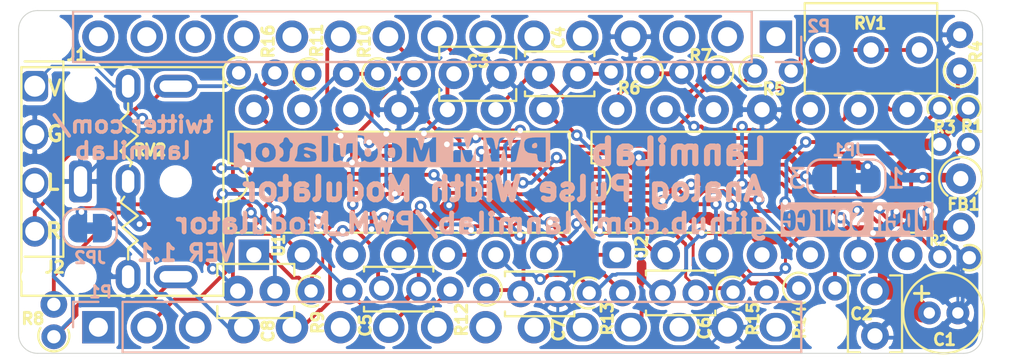
<source format=kicad_pcb>
(kicad_pcb (version 20171130) (host pcbnew "(5.1.5)-3")
  (layers (0 F.Cu signal) (31 B.Cu signal) (34 B.Paste user) (35 F.Paste user) (36 B.SilkS user) (37 F.SilkS user) (38 B.Mask user) (39 F.Mask user) (44 Edge.Cuts user))
  (net 0 "")
  (net 1 /FBREF)
  (net 2 GND)
  (net 3 VCC)
  (net 4 "Net-(C5-Pad2)")
  (net 5 /TRG)
  (net 6 /FBIN2)
  (net 7 /FBIN1)
  (net 8 "Net-(R7-Pad1)")
  (net 9 "Net-(R10-Pad1)")
  (net 10 /REF)
  (net 11 "Net-(P1-Pad13)")
  (net 12 "Net-(P1-Pad11)")
  (net 13 "Net-(P1-Pad10)")
  (net 14 "Net-(P1-Pad9)")
  (net 15 "Net-(P1-Pad8)")
  (net 16 "Net-(P1-Pad6)")
  (net 17 "Net-(P1-Pad1)")
  (net 18 "Net-(P2-Pad15)")
  (net 19 "Net-(P2-Pad14)")
  (net 20 "Net-(P2-Pad13)")
  (net 21 "Net-(P2-Pad12)")
  (net 22 "Net-(P2-Pad11)")
  (net 23 "Net-(P2-Pad7)")
  (net 24 "Net-(P2-Pad6)")
  (net 25 "Net-(P2-Pad5)")
  (net 26 "Net-(P2-Pad3)")
  (net 27 "Net-(P2-Pad2)")
  (net 28 "Net-(P2-Pad1)")
  (net 29 +5V)
  (net 30 "Net-(C4-Pad2)")
  (net 31 "Net-(C5-Pad1)")
  (net 32 "Net-(C6-Pad2)")
  (net 33 "Net-(C6-Pad1)")
  (net 34 "Net-(R5-Pad2)")
  (net 35 "Net-(R6-Pad1)")
  (net 36 "Net-(R11-Pad1)")
  (net 37 "Net-(FB1-Pad1)")
  (net 38 VS)
  (net 39 +3V3)
  (net 40 /OUT2)
  (net 41 /OUT1)
  (net 42 "Net-(JP2-Pad2)")
  (net 43 "Net-(C8-Pad1)")
  (net 44 /INR)
  (net 45 /INL)
  (net 46 /CLKOUT)
  (module Connector_PinHeader_2.54mm:PinHeader_1x04_P2.54mm_Vertical (layer F.Cu) (at 79.05 92.3)
    (fp_text reference J2 (at 1.05 9.5) (layer F.SilkS) (effects (font (size 0.6 0.6))))
    (fp_text value "Header 1X4")
    (pad 1 thru_hole roundrect (at 0 0) (size 1.4 1.6) (drill 1.1) (layers *.Cu *.Mask) (net 3 VCC))
    (pad 2 thru_hole oval (at 0 2.54) (size 1.4 1.6) (drill 1) (layers *.Cu *.Mask) (net 2 GND))
    (pad 3 thru_hole oval (at 0 5.08) (size 1.4 1.6) (drill 1) (layers *.Cu *.Mask) (net 45 /INL))
    (pad 4 thru_hole oval (at 0 7.62) (size 1.4 1.6) (drill 1) (layers *.Cu *.Mask) (net 44 /INR))
  )
  (module Capacitor_THT:C_Radial_D4.0mm_H7.0mm_P1.50mm (layer F.Cu) (at 126 104.2)
    (fp_text reference C1 (at 0.8 1.4) (layer F.SilkS) (effects (font (size 0.6 0.6) (thickness 0.16))))
    (fp_text value 47uF)
    (fp_text user + (at -0.4 -1.1) (layer F.SilkS))
    (pad 2 thru_hole circle (at 1.5 0) (size 1.2 1.2) (drill 0.6) (layers *.Cu *.Mask) (net 2 GND))
    (pad 1 thru_hole circle (at 0 0) (size 1.2 1.2) (drill 0.6) (layers *.Cu *.Mask) (net 3 VCC))
  )
  (module Resistor_THT:R_Axial_DIN0309_L9.0mm_D3.2mm_P2.54mm_Vertical (layer F.Cu) (at 127.65 97.15 270)
    (fp_text reference FB1 (at 1.35 -0.15) (layer F.SilkS) (effects (font (size 0.6 0.6) (thickness 0.16))))
    (fp_text value Ferrite_Bead)
    (pad 2 thru_hole oval (at 2.54 0 270) (size 1.5 1.5) (drill 0.8) (layers *.Cu *.Mask) (net 3 VCC))
    (pad 1 thru_hole circle (at 0 0 270) (size 1.6 1.6) (drill 0.8) (layers *.Cu *.Mask) (net 37 "Net-(FB1-Pad1)"))
  )
  (module Jack:FC68131CLIFF (layer F.Cu) (at 81.45 97.3)
    (fp_text reference J1 (at -0.2 -6.65 180) (layer F.SilkS) (effects (font (size 0.6 0.6) (thickness 0.16))))
    (fp_text value AudioJack3 hide)
    (pad "" np_thru_hole circle (at -2.5 5 180) (size 1.2 1.2) (drill 1.2) (layers *.Cu *.Mask))
    (pad "" np_thru_hole circle (at 0 5 180) (size 1.3 1.3) (drill 1.3) (layers *.Cu *.Mask))
    (pad "" np_thru_hole circle (at 0 -5 180) (size 1.3 1.3) (drill 1.3) (layers *.Cu *.Mask))
    (pad S thru_hole roundrect (at 0 0 180) (size 1.2 2.2) (drill oval 0.7 1.6) (layers *.Cu *.Mask) (net 2 GND))
    (pad T thru_hole oval (at 5 5 180) (size 2.3 1.2) (drill oval 1.7 0.6) (layers *.Cu *.Mask) (net 45 /INL))
    (pad R thru_hole oval (at 5 -5 180) (size 2.3 1.2) (drill oval 1.7 0.6) (layers *.Cu *.Mask) (net 44 /INR))
    (pad "" np_thru_hole circle (at 5 0 180) (size 1.3 1.3) (drill 1.3) (layers *.Cu *.Mask))
  )
  (module Resistor_THT:R_Axial_DIN0204_L3.6mm_D1.6mm_P1.90mm_Vertical (layer F.Cu) (at 128.05 93.45 270)
    (fp_text reference R1 (at 0.95 -0.2) (layer F.SilkS) (effects (font (size 0.6 0.6) (thickness 0.16))))
    (fp_text value 2K2)
    (pad 1 thru_hole circle (at 0 0 270) (size 1.2 1.2) (drill 0.7) (layers *.Cu *.Mask) (net 3 VCC))
    (pad 2 thru_hole oval (at 1.9 0 270) (size 1.2 1.2) (drill 0.7) (layers *.Cu *.Mask) (net 10 /REF))
  )
  (module Resistor_THT:R_Axial_DIN0204_L3.6mm_D1.6mm_P1.90mm_Vertical (layer F.Cu) (at 126.55 93.45 270)
    (fp_text reference R3 (at 1 -0.25) (layer F.SilkS) (effects (font (size 0.6 0.6) (thickness 0.16))))
    (fp_text value 47K)
    (pad 1 thru_hole circle (at 0 0 270) (size 1.2 1.2) (drill 0.7) (layers *.Cu *.Mask) (net 1 /FBREF))
    (pad 2 thru_hole oval (at 1.9 0 270) (size 1.2 1.2) (drill 0.7) (layers *.Cu *.Mask) (net 3 VCC))
  )
  (module Resistor_THT:R_Axial_DIN0204_L3.6mm_D1.6mm_P1.90mm_Vertical (layer F.Cu) (at 128.3 101.3 180)
    (fp_text reference R2 (at 1.8 0.9 180) (layer F.SilkS) (effects (font (size 0.5 0.5) (thickness 0.125))))
    (fp_text value 2K2)
    (pad 1 thru_hole circle (at 0.2 0 180) (size 1.2 1.2) (drill 0.7) (layers *.Cu *.Mask) (net 2 GND))
    (pad 2 thru_hole oval (at 1.75 0.05 180) (size 1.2 1.2) (drill 0.7) (layers *.Cu *.Mask) (net 10 /REF))
  )
  (module Logo:open-source-smal (layer B.Cu) (at 122.2 99.1 180)
    (fp_text reference G*** hide)
    (fp_text value LOGO hide)
  )
  (module Logo:PWM-Modulator (layer B.Cu) (at 97.8 95.55 180)
    (fp_text reference G*** hide)
    (fp_text value LOGO hide)
  )
  (module Resistor_THT:R_Axial_DIN0204_L3.6mm_D1.6mm_P1.90mm_Vertical (layer F.Cu) (at 80.05 105.5 90)
    (fp_text reference R8 (at 1 -1.1 180) (layer F.SilkS) (effects (font (size 0.6 0.6) (thickness 0.16))))
    (fp_text value 47K)
    (pad 1 thru_hole circle (at 0.05 0 90) (size 1.3 1.3) (drill 0.7) (layers *.Cu *.Mask) (net 45 /INL))
    (pad 2 thru_hole oval (at 1.75 0 90) (size 1.4 1.4) (drill 0.7) (layers *.Cu *.Mask) (net 43 "Net-(C8-Pad1)"))
  )
  (module Potentiometer_THT:Potentiometer_Omeg_PC16BU_Horizontal (layer F.Cu) (at 83.95 92.3 180)
    (fp_text reference RV2 (at -1.15 -3.35 180) (layer F.SilkS) (effects (font (size 0.6 0.6) (thickness 0.16))))
    (fp_text value R_POT_Small hide)
    (pad 1 thru_hole oval (at 0 0 180) (size 1.3 1.8) (drill oval 0.65 1.2) (layers *.Cu *.Mask) (net 3 VCC))
    (pad 2 thru_hole oval (at 0 -5 180) (size 1.3 1.8) (drill oval 0.65 1.2) (layers *.Cu *.Mask) (net 4 "Net-(C5-Pad2)"))
    (pad 3 thru_hole oval (at 0 -10 180) (size 1.3 1.8) (drill oval 0.65 1.2) (layers *.Cu *.Mask) (net 2 GND))
  )
  (module Resistor_THT:R_Axial_DIN0204_L3.6mm_D1.6mm_P1.90mm_Vertical (layer F.Cu) (at 111.2 91.55 180)
    (fp_text reference R6 (at 0.95 -0.85) (layer F.SilkS) (effects (font (size 0.6 0.6) (thickness 0.16))))
    (fp_text value 23K7)
    (pad 1 thru_hole circle (at 0 0 180) (size 1.3 1.3) (drill 0.7) (layers *.Cu *.Mask) (net 35 "Net-(R6-Pad1)"))
    (pad 2 thru_hole oval (at 1.9 0 180) (size 1.3 1.4) (drill 0.7) (layers *.Cu *.Mask) (net 5 /TRG))
  )
  (module Resistor_THT:R_Axial_DIN0204_L3.6mm_D1.6mm_P1.90mm_Vertical (layer F.Cu) (at 93.6 103.05)
    (fp_text reference R9 (at 0.3 1.65 270) (layer F.SilkS) (effects (font (size 0.6 0.6) (thickness 0.16))))
    (fp_text value 23K7)
    (pad 1 thru_hole circle (at -0.05 0) (size 1.4 1.4) (drill 0.7) (layers *.Cu *.Mask) (net 31 "Net-(C5-Pad1)"))
    (pad 2 thru_hole oval (at 1.95 0) (size 1.4 1.4) (drill 0.7) (layers *.Cu *.Mask) (net 4 "Net-(C5-Pad2)"))
  )
  (module Capacitor_THT:C_Disc_D3.8mm_W2.6mm_P2.50mm (layer F.Cu) (at 101.05 91.65)
    (fp_text reference C3 (at 1.25 -0.65) (layer F.SilkS) (effects (font (size 0.6 0.6) (thickness 0.16))))
    (fp_text value 1uF/25V)
    (pad 1 thru_hole circle (at 0 0) (size 1.6 1.6) (drill 0.8) (layers *.Cu *.Mask) (net 10 /REF))
    (pad 2 thru_hole circle (at 2.5 0) (size 1.6 1.6) (drill 0.8) (layers *.Cu *.Mask) (net 2 GND))
  )
  (module Resistor_THT:R_Axial_DIN0204_L3.6mm_D1.6mm_P1.90mm_Vertical (layer F.Cu) (at 115.65 103.11)
    (fp_text reference R15 (at 1.1 1.4 90) (layer F.SilkS) (effects (font (size 0.6 0.6) (thickness 0.16))))
    (fp_text value 23K7)
    (pad 2 thru_hole oval (at 1.8 0) (size 1.3 1.3) (drill 0.7) (layers *.Cu *.Mask) (net 4 "Net-(C5-Pad2)"))
    (pad 1 thru_hole circle (at 0.05 0) (size 1.3 1.3) (drill 0.7) (layers *.Cu *.Mask) (net 33 "Net-(C6-Pad1)"))
  )
  (module Resistor_THT:R_Axial_DIN0204_L3.6mm_D1.6mm_P1.90mm_Vertical (layer F.Cu) (at 119.15 102.9)
    (fp_text reference R14 (at 0.05 1.8 270) (layer F.SilkS) (effects (font (size 0.6 0.6) (thickness 0.16))))
    (fp_text value 23K7)
    (pad 1 thru_hole circle (at 0 0) (size 1.3 1.3) (drill 0.7) (layers *.Cu *.Mask) (net 32 "Net-(C6-Pad2)"))
    (pad 2 thru_hole oval (at 1.9 0) (size 1.3 1.3) (drill 0.7) (layers *.Cu *.Mask) (net 33 "Net-(C6-Pad1)"))
  )
  (module Resistor_THT:R_Axial_DIN0204_L3.6mm_D1.6mm_P1.90mm_Vertical (layer F.Cu) (at 89.75 91.6)
    (fp_text reference R16 (at 1.55 -1.65 90) (layer F.SilkS) (effects (font (size 0.6 0.6) (thickness 0.16))))
    (fp_text value 47K)
    (pad 1 thru_hole circle (at 0 0) (size 1.3 1.3) (drill 0.7) (layers *.Cu *.Mask) (net 44 /INR))
    (pad 2 thru_hole oval (at 1.9 0) (size 1.4 1.4) (drill 0.7) (layers *.Cu *.Mask) (net 43 "Net-(C8-Pad1)"))
  )
  (module Resistor_THT:R_Axial_DIN0204_L3.6mm_D1.6mm_P1.90mm_Vertical (layer F.Cu) (at 93.45 91.65)
    (fp_text reference R11 (at 0.4 -1.75 90) (layer F.SilkS) (effects (font (size 0.6 0.6) (thickness 0.16))))
    (fp_text value 47K)
    (pad 1 thru_hole circle (at -0.05 0) (size 1.4 1.4) (drill 0.7) (layers *.Cu *.Mask) (net 36 "Net-(R11-Pad1)"))
    (pad 2 thru_hole oval (at 1.95 0) (size 1.4 1.4) (drill 0.7) (layers *.Cu *.Mask) (net 9 "Net-(R10-Pad1)"))
  )
  (module Resistor_THT:R_Axial_DIN0204_L3.6mm_D1.6mm_P1.90mm_Vertical (layer F.Cu) (at 97.05 91.65)
    (fp_text reference R10 (at -0.7 -1.7 90) (layer F.SilkS) (effects (font (size 0.6 0.6) (thickness 0.16))))
    (fp_text value 47K)
    (pad 1 thru_hole circle (at 0 0) (size 1.4 1.4) (drill 0.7) (layers *.Cu *.Mask) (net 9 "Net-(R10-Pad1)"))
    (pad 2 thru_hole oval (at 1.9 0) (size 1.4 1.4) (drill 0.7) (layers *.Cu *.Mask) (net 31 "Net-(C5-Pad1)"))
  )
  (module Capacitor_THT:C_Disc_D3.8mm_W2.6mm_P2.50mm (layer F.Cu) (at 91.9 103.05 180)
    (fp_text reference C8 (at 0.6 -2.1 270) (layer F.SilkS) (effects (font (size 0.6 0.6) (thickness 0.16))))
    (fp_text value 1uF/25V)
    (pad 1 thru_hole circle (at 0.25 0 180) (size 1.6 1.6) (drill 0.8) (layers *.Cu *.Mask) (net 43 "Net-(C8-Pad1)"))
    (pad 2 thru_hole circle (at 2.2 0 180) (size 1.6 1.6) (drill 0.8) (layers *.Cu *.Mask) (net 4 "Net-(C5-Pad2)"))
  )
  (module Capacitor_THT:C_Disc_D3.8mm_W2.6mm_P2.50mm (layer F.Cu) (at 123.15 103 270)
    (fp_text reference C2 (at 1.25 0.7 180) (layer F.SilkS) (effects (font (size 0.6 0.6) (thickness 0.16))))
    (fp_text value 1uF/25V)
    (pad 2 thru_hole circle (at 2.4 0 270) (size 1.45 1.45) (drill 0.8) (layers *.Cu *.Mask) (net 2 GND))
    (pad 1 thru_hole circle (at 0.05 0 270) (size 1.5 1.5) (drill 0.8) (layers *.Cu *.Mask) (net 3 VCC))
  )
  (module Jumper:SolderJumper-2_P1.3mm_Bridged_RoundedPad1.0x1.5mm (layer B.Cu) (at 81.95 99.75)
    (fp_text reference JP2 (at 0 1.55) (layer B.SilkS) (effects (font (size 0.6 0.6) (thickness 0.16)) (justify mirror)))
    (fp_text value SolderJumper_2_Bridged hide)
    (fp_poly (pts (xy 0.25 0.3) (xy -0.25 0.3) (xy -0.25 -0.3) (xy 0.25 -0.3)) (layer B.Cu) (width 0))
    (pad 2 smd custom (at 0.65 0) (size 1 0.5) (layers B.Cu B.Mask) (net 42 "Net-(JP2-Pad2)") (options (clearance outline) (anchor rect)) (primitives (gr_circle (center 0 -0.25) (end 0.5 -0.25) (width 0)) (gr_circle (center 0 0.25) (end 0.5 0.25) (width 0)) (gr_poly (pts (xy 0 0.75) (xy -0.5 0.75) (xy -0.5 -0.75) (xy 0 -0.75)) (width 0))))
    (pad 1 smd custom (at -0.65 0) (size 1 0.5) (layers B.Cu B.Mask) (net 10 /REF) (options (clearance outline) (anchor rect)) (primitives (gr_circle (center 0 -0.25) (end 0.5 -0.25) (width 0)) (gr_circle (center 0 0.25) (end 0.5 0.25) (width 0)) (gr_poly (pts (xy 0 0.75) (xy 0.5 0.75) (xy 0.5 -0.75) (xy 0 -0.75)) (width 0))))
  )
  (module Resistor_THT:R_Axial_DIN0204_L3.6mm_D1.6mm_P1.90mm_Vertical (layer F.Cu) (at 108.1 103.15)
    (fp_text reference R13 (at 1 1.35 90) (layer F.SilkS) (effects (font (size 0.6 0.6) (thickness 0.16))))
    (fp_text value 47K)
    (pad 2 thru_hole oval (at 1.8 0) (size 1.4 1.4) (drill 0.7) (layers *.Cu *.Mask) (net 7 /FBIN1))
    (pad 1 thru_hole circle (at 0.05 0) (size 1.3 1.3) (drill 0.7) (layers *.Cu *.Mask) (net 32 "Net-(C6-Pad2)"))
  )
  (module Resistor_THT:R_Axial_DIN0204_L3.6mm_D1.6mm_P1.90mm_Vertical (layer F.Cu) (at 102.75 103 180)
    (fp_text reference R12 (at 1.3 -1.55 90) (layer F.SilkS) (effects (font (size 0.6 0.6) (thickness 0.16))))
    (fp_text value 47K)
    (pad 2 thru_hole oval (at 1.9 0 180) (size 1.4 1.4) (drill 0.7) (layers *.Cu *.Mask) (net 6 /FBIN2))
    (pad 1 thru_hole circle (at 0 0 180) (size 1.4 1.4) (drill 0.7) (layers *.Cu *.Mask) (net 1 /FBREF))
  )
  (module Resistor_THT:R_Axial_DIN0204_L3.6mm_D1.6mm_P1.90mm_Vertical (layer F.Cu) (at 114.9 91.55 180)
    (fp_text reference R7 (at 0.9 0.85) (layer F.SilkS) (effects (font (size 0.6 0.6) (thickness 0.16))))
    (fp_text value 62K)
    (pad 1 thru_hole circle (at 0 0 180) (size 1.3 1.3) (drill 0.7) (layers *.Cu *.Mask) (net 8 "Net-(R7-Pad1)"))
    (pad 2 thru_hole oval (at 1.9 0 180) (size 1.3 1.3) (drill 0.7) (layers *.Cu *.Mask) (net 35 "Net-(R6-Pad1)"))
  )
  (module Resistor_THT:R_Axial_DIN0204_L3.6mm_D1.6mm_P1.90mm_Vertical (layer F.Cu) (at 116.85 91.5)
    (fp_text reference R5 (at 1 0.95) (layer F.SilkS) (effects (font (size 0.6 0.6) (thickness 0.16))))
    (fp_text value 2K2)
    (pad 1 thru_hole circle (at 0 0) (size 1.3 1.3) (drill 0.7) (layers *.Cu *.Mask) (net 30 "Net-(C4-Pad2)"))
    (pad 2 thru_hole oval (at 1.9 0) (size 1.3 1.3) (drill 0.7) (layers *.Cu *.Mask) (net 34 "Net-(R5-Pad2)"))
  )
  (module Resistor_THT:R_Axial_DIN0204_L3.6mm_D1.6mm_P1.90mm_Vertical (layer F.Cu) (at 127.6 91.5 90)
    (fp_text reference R4 (at 1 0.85 270) (layer F.SilkS) (effects (font (size 0.6 0.6) (thickness 0.16))))
    (fp_text value 47K)
    (pad 2 thru_hole oval (at 1.9 0 90) (size 1.4 1.4) (drill 0.7) (layers *.Cu *.Mask) (net 2 GND))
    (pad 1 thru_hole circle (at 0 0 90) (size 1.4 1.4) (drill 0.7) (layers *.Cu *.Mask) (net 1 /FBREF))
  )
  (module "" (layer F.Cu) (at 120.6 104.8)
    (fp_text reference "" (at 0 0) (layer F.SilkS) (effects (font (size 0.6 0.6) (thickness 0.16))))
    (fp_text value "Mounting Hole" hide)
    (pad "" np_thru_hole circle (at -0.1 0.15 180) (size 2.05 2.05) (drill 2.05) (layers *.Cu *.Mask))
  )
  (module "" (layer F.Cu) (at 79.95 89.7)
    (fp_text reference "" (at 0 0) (layer F.SilkS) (effects (font (size 0.6 0.6) (thickness 0.16))))
    (fp_text value "Mounting Hole" hide)
    (pad "" np_thru_hole circle (at -0.1 0.1 180) (size 2.05 2.05) (drill 2.05) (layers *.Cu *.Mask))
  )
  (module Jumper:SolderJumper-3_P1.3mm_Bridged12_RoundedPad1.0x1.5mm_NumberLabels (layer B.Cu) (at 121.65 97.15 180)
    (fp_text reference JP1 (at -0.1 1.5 180) (layer B.SilkS) (effects (font (size 0.6 0.6) (thickness 0.16)) (justify mirror)))
    (fp_text value SolderJumper_3_Bridged12 hide)
    (fp_poly (pts (xy -0.9 0.3) (xy -0.4 0.3) (xy -0.4 -0.3) (xy -0.9 -0.3)) (layer B.Cu) (width 0))
    (fp_text user 1 (at -2.6 0) (layer B.SilkS) (effects (justify mirror)))
    (fp_text user 3 (at 2.6 0) (layer B.SilkS) (effects (justify mirror)))
    (pad 1 smd custom (at -1.3 0 180) (size 1 0.5) (layers B.Cu B.Mask) (net 29 +5V) (options (clearance outline) (anchor rect)) (primitives (gr_poly (pts (xy 0.55 0.75) (xy 0 0.75) (xy 0 -0.75) (xy 0.55 -0.75)) (width 0)) (gr_circle (center 0 -0.25) (end 0.5 -0.25) (width 0)) (gr_circle (center 0 0.25) (end 0.5 0.25) (width 0))))
    (pad 2 smd rect (at 0 0 180) (size 1 1.5) (layers B.Cu B.Mask) (net 37 "Net-(FB1-Pad1)"))
    (pad 3 smd custom (at 1.3 0 180) (size 1 0.5) (layers B.Cu B.Mask) (net 39 +3V3) (options (clearance outline) (anchor rect)) (primitives (gr_circle (center 0 -0.25) (end 0.5 -0.25) (width 0)) (gr_circle (center 0 0.25) (end 0.5 0.25) (width 0)) (gr_poly (pts (xy -0.55 0.75) (xy 0 0.75) (xy 0 -0.75) (xy -0.55 -0.75)) (width 0))))
  )
  (module Connector_PinHeader_2.54mm:PinHeader_1x15_P2.54mm_Vertical (layer B.Cu) (at 117.95 89.7 90)
    (fp_text reference P2 (at 0.55 2.25) (layer B.SilkS) (effects (font (size 0.6 0.6) (thickness 0.16)) (justify mirror)))
    (fp_text value Conn_01x15 hide)
    (pad 1 thru_hole rect (at 0 0 90) (size 1.7 1.7) (drill 1) (layers *.Cu *.Mask) (net 28 "Net-(P2-Pad1)"))
    (pad 2 thru_hole oval (at 0 -2.54 90) (size 1.7 1.7) (drill 1) (layers *.Cu *.Mask) (net 27 "Net-(P2-Pad2)"))
    (pad 3 thru_hole oval (at 0 -5.08 90) (size 1.7 1.7) (drill 1) (layers *.Cu *.Mask) (net 26 "Net-(P2-Pad3)"))
    (pad 4 thru_hole oval (at 0 -7.62 90) (size 1.7 1.7) (drill 1) (layers *.Cu *.Mask) (net 2 GND))
    (pad 5 thru_hole oval (at 0 -10.16 90) (size 1.7 1.7) (drill 1) (layers *.Cu *.Mask) (net 25 "Net-(P2-Pad5)"))
    (pad 6 thru_hole oval (at 0 -12.7 90) (size 1.7 1.7) (drill 1) (layers *.Cu *.Mask) (net 24 "Net-(P2-Pad6)"))
    (pad 7 thru_hole oval (at 0 -15.24 90) (size 1.7 1.7) (drill 1) (layers *.Cu *.Mask) (net 23 "Net-(P2-Pad7)"))
    (pad 8 thru_hole oval (at 0 -17.78 90) (size 1.7 1.7) (drill 1) (layers *.Cu *.Mask) (net 41 /OUT1))
    (pad 9 thru_hole oval (at 0 -20.32 90) (size 1.7 1.7) (drill 1) (layers *.Cu *.Mask) (net 40 /OUT2))
    (pad 10 thru_hole oval (at 0 -22.86 90) (size 1.7 1.7) (drill 1) (layers *.Cu *.Mask) (net 46 /CLKOUT))
    (pad 11 thru_hole oval (at 0 -25.4 90) (size 1.7 1.7) (drill 1) (layers *.Cu *.Mask) (net 22 "Net-(P2-Pad11)"))
    (pad 12 thru_hole oval (at 0 -27.94 90) (size 1.7 1.7) (drill 1) (layers *.Cu *.Mask) (net 21 "Net-(P2-Pad12)"))
    (pad 13 thru_hole oval (at 0 -30.48 90) (size 1.7 1.7) (drill 1) (layers *.Cu *.Mask) (net 20 "Net-(P2-Pad13)"))
    (pad 14 thru_hole oval (at 0 -33.02 90) (size 1.7 1.7) (drill 1) (layers *.Cu *.Mask) (net 19 "Net-(P2-Pad14)"))
    (pad 15 thru_hole oval (at 0 -35.56 90) (size 1.7 1.7) (drill 1) (layers *.Cu *.Mask) (net 18 "Net-(P2-Pad15)"))
  )
  (module Connector_PinHeader_2.54mm:PinHeader_1x15_P2.54mm_Vertical (layer B.Cu) (at 82.39 104.95 270)
    (fp_text reference P1 (at -1.85 -0.11) (layer B.SilkS) (effects (font (size 0.6 0.6) (thickness 0.16)) (justify mirror)))
    (fp_text value Conn_01x15 hide)
    (pad 15 thru_hole oval (at 0 -35.56 270) (size 1.5 1.7) (drill 1) (layers *.Cu *.Mask) (net 38 VS))
    (pad 14 thru_hole oval (at 0 -33.02 270) (size 1.7 1.7) (drill 1) (layers *.Cu *.Mask) (net 2 GND))
    (pad 13 thru_hole oval (at 0 -30.48 270) (size 1.5 1.7) (drill 1) (layers *.Cu *.Mask) (net 11 "Net-(P1-Pad13)"))
    (pad 12 thru_hole oval (at 0 -27.94 270) (size 1.5 1.7) (drill 1) (layers *.Cu *.Mask) (net 29 +5V))
    (pad 11 thru_hole oval (at 0 -25.4 270) (size 1.5 1.7) (drill 1) (layers *.Cu *.Mask) (net 12 "Net-(P1-Pad11)"))
    (pad 10 thru_hole oval (at 0 -22.86 270) (size 1.7 1.7) (drill 1) (layers *.Cu *.Mask) (net 13 "Net-(P1-Pad10)"))
    (pad 9 thru_hole oval (at 0 -20.32 270) (size 1.7 1.7) (drill 1) (layers *.Cu *.Mask) (net 14 "Net-(P1-Pad9)"))
    (pad 8 thru_hole oval (at 0 -17.78 270) (size 1.7 1.7) (drill 1) (layers *.Cu *.Mask) (net 15 "Net-(P1-Pad8)"))
    (pad 7 thru_hole oval (at 0 -15.24 270) (size 1.65 1.65) (drill 1) (layers *.Cu *.Mask) (net 6 /FBIN2))
    (pad 6 thru_hole oval (at 0 -12.7 270) (size 1.7 1.7) (drill 1) (layers *.Cu *.Mask) (net 16 "Net-(P1-Pad6)"))
    (pad 5 thru_hole oval (at 0 -10.16 270) (size 1.7 1.7) (drill 1) (layers *.Cu *.Mask) (net 7 /FBIN1))
    (pad 4 thru_hole oval (at 0 -7.62 270) (size 1.7 1.7) (drill 1) (layers *.Cu *.Mask) (net 45 /INL))
    (pad 3 thru_hole oval (at 0 -5.08 270) (size 1.7 1.7) (drill 1) (layers *.Cu *.Mask) (net 42 "Net-(JP2-Pad2)"))
    (pad 2 thru_hole oval (at 0 -2.54 270) (size 1.7 1.7) (drill 1) (layers *.Cu *.Mask) (net 39 +3V3))
    (pad 1 thru_hole rect (at 0 0 270) (size 1.7 1.7) (drill 1) (layers *.Cu *.Mask) (net 17 "Net-(P1-Pad1)"))
  )
  (module Package_DIP:DIP-14_W7.62mm (layer F.Cu) (at 109.6 101.15 90)
    (fp_text reference U2 (at 0.4 1.3 90) (layer F.SilkS) (effects (font (size 0.6 0.6) (thickness 0.16))))
    (fp_text value "Quad Comparator")
    (pad 14 thru_hole oval (at 7.62 0 90) (size 1.6 1.6) (drill 0.8) (layers *.Cu *.Mask) (net 8 "Net-(R7-Pad1)"))
    (pad 7 thru_hole oval (at 0 15.24 90) (size 1.6 1.6) (drill 0.8) (layers *.Cu *.Mask) (net 40 /OUT2))
    (pad 13 thru_hole oval (at 7.62 2.54 90) (size 1.5 1.6) (drill 0.8) (layers *.Cu *.Mask) (net 10 /REF))
    (pad 6 thru_hole oval (at 0 12.7 90) (size 1.6 1.6) (drill 0.8) (layers *.Cu *.Mask) (net 5 /TRG))
    (pad 12 thru_hole oval (at 7.62 5.08 90) (size 1.5 1.6) (drill 0.8) (layers *.Cu *.Mask) (net 35 "Net-(R6-Pad1)"))
    (pad 5 thru_hole oval (at 0 10.16 90) (size 1.5 1.5) (drill 0.8) (layers *.Cu *.Mask) (net 31 "Net-(C5-Pad1)"))
    (pad 11 thru_hole oval (at 7.62 7.62 90) (size 1.6 1.6) (drill 0.8) (layers *.Cu *.Mask) (net 2 GND))
    (pad 4 thru_hole oval (at 0 7.62 90) (size 1.5 1.6) (drill 0.8) (layers *.Cu *.Mask) (net 3 VCC))
    (pad 10 thru_hole oval (at 7.62 10.16 90) (size 1.6 1.55) (drill 0.8) (layers *.Cu *.Mask) (net 10 /REF))
    (pad 3 thru_hole oval (at 0 5.08 90) (size 1.6 1.6) (drill 0.8) (layers *.Cu *.Mask) (net 36 "Net-(R11-Pad1)"))
    (pad 9 thru_hole oval (at 7.62 12.7 90) (size 1.6 1.6) (drill 0.8) (layers *.Cu *.Mask) (net 5 /TRG))
    (pad 2 thru_hole oval (at 0 2.54 90) (size 1.55 1.55) (drill 0.8) (layers *.Cu *.Mask) (net 5 /TRG))
    (pad 8 thru_hole oval (at 7.62 15.24 90) (size 1.6 1.6) (drill 0.8) (layers *.Cu *.Mask) (net 46 /CLKOUT))
    (pad 1 thru_hole roundrect (at 0 0 90) (size 1.4 1.5) (drill 0.8) (layers *.Cu *.Mask) (net 41 /OUT1))
  )
  (module Package_DIP:DIP-14_W7.62mm (layer F.Cu) (at 90.55 101.15 90)
    (fp_text reference U1 (at 0.5 1.3 90) (layer F.SilkS) (effects (font (size 0.6 0.6) (thickness 0.16))))
    (fp_text value "Quad Opamp")
    (pad 1 thru_hole rect (at 0 0 90) (size 1.6 1.6) (drill 0.8) (layers *.Cu *.Mask) (net 31 "Net-(C5-Pad1)"))
    (pad 8 thru_hole oval (at 7.62 15.24 90) (size 1.6 1.6) (drill 0.8) (layers *.Cu *.Mask) (net 5 /TRG))
    (pad 2 thru_hole oval (at 0 2.54 90) (size 1.6 1.6) (drill 0.8) (layers *.Cu *.Mask) (net 4 "Net-(C5-Pad2)"))
    (pad 9 thru_hole oval (at 7.62 12.7 90) (size 1.6 1.6) (drill 0.8) (layers *.Cu *.Mask) (net 30 "Net-(C4-Pad2)"))
    (pad 3 thru_hole oval (at 0 5.08 90) (size 1.6 1.6) (drill 0.8) (layers *.Cu *.Mask) (net 10 /REF))
    (pad 10 thru_hole oval (at 7.62 10.16 90) (size 1.6 1.6) (drill 0.8) (layers *.Cu *.Mask) (net 10 /REF))
    (pad 4 thru_hole oval (at 0 7.62 90) (size 1.6 1.6) (drill 0.8) (layers *.Cu *.Mask) (net 3 VCC))
    (pad 11 thru_hole oval (at 7.62 7.62 90) (size 1.6 1.6) (drill 0.8) (layers *.Cu *.Mask) (net 2 GND))
    (pad 5 thru_hole oval (at 0 10.16 90) (size 1.6 1.6) (drill 0.8) (layers *.Cu *.Mask) (net 1 /FBREF))
    (pad 12 thru_hole oval (at 7.62 5.08 90) (size 1.6 1.6) (drill 0.8) (layers *.Cu *.Mask) (net 10 /REF))
    (pad 6 thru_hole oval (at 0 12.7 90) (size 1.5 1.5) (drill 0.8) (layers *.Cu *.Mask) (net 32 "Net-(C6-Pad2)"))
    (pad 13 thru_hole oval (at 7.62 2.54 90) (size 1.6 1.6) (drill 0.8) (layers *.Cu *.Mask) (net 9 "Net-(R10-Pad1)"))
    (pad 7 thru_hole oval (at 0 15.24 90) (size 1.5 1.5) (drill 0.8) (layers *.Cu *.Mask) (net 33 "Net-(C6-Pad1)"))
    (pad 14 thru_hole oval (at 7.62 0 90) (size 1.6 1.6) (drill 0.8) (layers *.Cu *.Mask) (net 36 "Net-(R11-Pad1)"))
  )
  (module Potentiometer_THT:Potentiometer_Bourns_3266Y_Vertical (layer F.Cu) (at 120.4 90.4 180)
    (fp_text reference RV1 (at -2.5 1.4) (layer F.SilkS) (effects (font (size 0.6 0.6) (thickness 0.16))))
    (fp_text value "Trimpot 12 turns")
    (pad 1 thru_hole circle (at 0 0 180) (size 1.44 1.44) (drill 0.8) (layers *.Cu *.Mask) (net 8 "Net-(R7-Pad1)"))
    (pad 2 thru_hole circle (at -2.54 0 180) (size 1.44 1.44) (drill 0.8) (layers *.Cu *.Mask) (net 34 "Net-(R5-Pad2)"))
    (pad 3 thru_hole circle (at -5.08 0 180) (size 1.44 1.44) (drill 0.8) (layers *.Cu *.Mask) (net 34 "Net-(R5-Pad2)"))
  )
  (module Capacitor_THT:C_Disc_D3.4mm_W2.1mm_P2.50mm (layer F.Cu) (at 107.85 91.65 180)
    (fp_text reference C4 (at 1.3 1.9 90) (layer F.SilkS) (effects (font (size 0.6 0.6) (thickness 0.16))))
    (fp_text value 68pF/5%/C0G)
    (pad 2 thru_hole circle (at 2.3 0 180) (size 1.6 1.6) (drill 0.8) (layers *.Cu *.Mask) (net 30 "Net-(C4-Pad2)"))
    (pad 1 thru_hole circle (at 0.3 0 180) (size 1.6 1.6) (drill 0.8) (layers *.Cu *.Mask) (net 5 /TRG))
  )
  (module Capacitor_THT:C_Disc_D3.4mm_W2.1mm_P2.50mm (layer F.Cu) (at 96.9 102.95)
    (fp_text reference C5 (at -0.5 1.9 90) (layer F.SilkS) (effects (font (size 0.6 0.6) (thickness 0.16))))
    (fp_text value 68pF/5%/C0G)
    (pad 2 thru_hole circle (at 2.3 0) (size 1.3 1.3) (drill 0.8) (layers *.Cu *.Mask) (net 4 "Net-(C5-Pad2)"))
    (pad 1 thru_hole circle (at 0.35 -0.05) (size 1.3 1.3) (drill 0.8) (layers *.Cu *.Mask) (net 31 "Net-(C5-Pad1)"))
  )
  (module Capacitor_THT:C_Disc_D3.4mm_W2.1mm_P2.50mm (layer F.Cu) (at 114.2 103.15 180)
    (fp_text reference C6 (at 0 -1.85 90) (layer F.SilkS) (effects (font (size 0.6 0.6) (thickness 0.16))))
    (fp_text value 68pF/5%/C0G)
    (pad 1 thru_hole circle (at 0.45 0 180) (size 1.4 1.4) (drill 0.8) (layers *.Cu *.Mask) (net 33 "Net-(C6-Pad1)"))
    (pad 2 thru_hole circle (at 2.2 0 180) (size 1.4 1.4) (drill 0.8) (layers *.Cu *.Mask) (net 32 "Net-(C6-Pad2)"))
  )
  (module Capacitor_THT:C_Disc_D3.4mm_W2.1mm_P2.50mm (layer F.Cu) (at 106.8 103.2 180)
    (fp_text reference C7 (at 0.25 -1.9 90) (layer F.SilkS) (effects (font (size 0.6 0.6) (thickness 0.16))))
    (fp_text value 68pF/5%/C0G)
    (pad 1 thru_hole circle (at 0.3 0 180) (size 1.4 1.4) (drill 0.8) (layers *.Cu *.Mask) (net 2 GND))
    (pad 2 thru_hole circle (at 2.25 0 180) (size 1.4 1.4) (drill 0.8) (layers *.Cu *.Mask) (net 1 /FBREF))
  )
  (gr_text V (at 80.1 92.4) (layer F.SilkS) (effects (font (size 0.8 0.8))))
  (gr_text G (at 80.1 94.8) (layer F.SilkS) (effects (font (size 0.8 0.8) (thickness 0.17))))
  (gr_text L (at 80 97.35) (layer F.SilkS) (effects (font (size 0.8 0.8) (thickness 0.17))))
  (gr_text R (at 80.05 99.9) (layer F.SilkS) (effects (font (size 0.8 0.8) (thickness 0.17))))
  (gr_text "twitter.com/\nlanmiLab" (at 84.2 95) (layer B.SilkS) (effects (font (size 0.85 0.9) (thickness 0.2)) (justify mirror)))
  (gr_text github.com/lanmilab/PWM_Modulator (at 102 99.5) (layer B.SilkS) (effects (font (size 1 1.1) (thickness 0.25)) (justify mirror)))
  (gr_text "VER 1.1" (at 86.95 101.05) (layer B.SilkS) (effects (font (size 0.85 0.85) (thickness 0.2)) (justify mirror)))
  (gr_text "Analog Pulse Width Modulator" (at 103.65 97.7) (layer B.SilkS) (effects (font (size 1.2 1.2) (thickness 0.3)) (justify mirror)))
  (gr_text LanmiLab (at 112.85 95.75) (layer B.SilkS) (effects (font (size 1.3 1.3) (thickness 0.325)) (justify mirror)))
  (gr_arc (start 79.2 105.319896) (end 78.2 105.302292) (angle -91.00853073) (layer Edge.Cuts) (width 0.05))
  (gr_arc (start 79.2 89.33) (end 79.2 88.33) (angle -90) (layer Edge.Cuts) (width 0.05))
  (gr_arc (start 127.8 89.329999) (end 128.8 89.35) (angle -91.1) (layer Edge.Cuts) (width 0.05))
  (gr_arc (start 127.8 105.32) (end 127.8 106.32) (angle -91.1) (layer Edge.Cuts) (width 0.05))
  (gr_line (start 127.8 106.32) (end 79.2 106.320051) (layer Edge.Cuts) (width 0.05))
  (gr_line (start 128.8 89.35) (end 128.8 105.3) (layer Edge.Cuts) (width 0.05))
  (gr_line (start 79.2 88.33) (end 127.8 88.329799) (layer Edge.Cuts) (width 0.05))
  (gr_line (start 78.2 105.3) (end 78.2 89.33) (layer Edge.Cuts) (width 0.05))
  (segment (start 101.05 101.49) (end 100.71 101.15) (width 0.2) (layer F.Cu) (net 1))
  (segment (start 102.75 103) (end 104.6 103) (width 0.2) (layer F.Cu) (net 1))
  (segment (start 106.016386 95.58275) (end 105.999136 95.6) (width 0.15) (layer F.Cu) (net 1))
  (via (at 102.495547 95.734058) (size 0.6) (drill 0.3) (layers F.Cu B.Cu) (net 1))
  (segment (start 103.084584 95.569285) (end 102.919811 95.734058) (width 0.2) (layer F.Cu) (net 1))
  (segment (start 106.002921 95.569285) (end 103.084584 95.569285) (width 0.2) (layer F.Cu) (net 1))
  (segment (start 106.016386 95.58275) (end 106.002921 95.569285) (width 0.2) (layer F.Cu) (net 1))
  (segment (start 102.919811 95.734058) (end 102.495547 95.734058) (width 0.2) (layer F.Cu) (net 1))
  (segment (start 104.65 103.05) (end 104.6 103) (width 0.2) (layer F.Cu) (net 1))
  (segment (start 104.55 103.15) (end 104.65 103.05) (width 0.2) (layer F.Cu) (net 1))
  (segment (start 100.71 101.15) (end 101.695998 101.15) (width 0.2) (layer F.Cu) (net 1))
  (segment (start 102.495547 95.734058) (end 102.495547 98.064925) (width 0.2) (layer B.Cu) (net 1))
  (segment (start 102.745999 100.099999) (end 104.106357 100.099999) (width 0.2) (layer F.Cu) (net 1))
  (segment (start 101.695998 101.15) (end 102.745999 100.099999) (width 0.2) (layer F.Cu) (net 1))
  (segment (start 104.7 100.524264) (end 104.7 100.1) (width 0.2) (layer F.Cu) (net 1))
  (segment (start 104.6 103) (end 104.7 102.9) (width 0.2) (layer F.Cu) (net 1))
  (segment (start 104.7 102.9) (end 104.7 100.524264) (width 0.2) (layer F.Cu) (net 1))
  (via (at 104.515526 100.107983) (size 0.6) (drill 0.3) (layers F.Cu B.Cu) (net 1))
  (segment (start 104.7 100.1) (end 104.523509 100.1) (width 0.15) (layer F.Cu) (net 1))
  (segment (start 104.523509 100.1) (end 104.515526 100.107983) (width 0.15) (layer F.Cu) (net 1))
  (segment (start 103.915311 99.484689) (end 103.915311 99.507768) (width 0.15) (layer B.Cu) (net 1))
  (segment (start 103.915311 99.484689) (end 104.300001 99.869379) (width 0.2) (layer B.Cu) (net 1))
  (segment (start 103.915311 99.507768) (end 104.515526 100.107983) (width 0.15) (layer B.Cu) (net 1))
  (segment (start 102.495547 98.064925) (end 103.915311 99.484689) (width 0.2) (layer B.Cu) (net 1))
  (segment (start 104.507542 100.099999) (end 104.515526 100.107983) (width 0.15) (layer F.Cu) (net 1))
  (segment (start 104.106357 100.099999) (end 104.507542 100.099999) (width 0.15) (layer F.Cu) (net 1))
  (segment (start 115.299013 95.420312) (end 118.819852 95.420312) (width 0.2) (layer F.Cu) (net 1))
  (segment (start 124.167978 95.830024) (end 127.5 92.498002) (width 0.2) (layer F.Cu) (net 1))
  (segment (start 119.229564 95.830024) (end 124.167978 95.830024) (width 0.2) (layer F.Cu) (net 1))
  (segment (start 110.274991 95.425009) (end 115.294316 95.425009) (width 0.2) (layer F.Cu) (net 1))
  (segment (start 127.5 92.498002) (end 127.5 91.6) (width 0.2) (layer F.Cu) (net 1))
  (segment (start 106.016386 95.58275) (end 106.156296 95.44284) (width 0.2) (layer F.Cu) (net 1))
  (segment (start 107.068664 95.82501) (end 109.87499 95.82501) (width 0.2) (layer F.Cu) (net 1))
  (segment (start 106.156296 95.44284) (end 106.686493 95.44284) (width 0.2) (layer F.Cu) (net 1))
  (segment (start 118.819852 95.420312) (end 119.229564 95.830024) (width 0.2) (layer F.Cu) (net 1))
  (segment (start 115.294316 95.425009) (end 115.299013 95.420312) (width 0.2) (layer F.Cu) (net 1))
  (segment (start 106.686493 95.44284) (end 107.068664 95.82501) (width 0.2) (layer F.Cu) (net 1))
  (segment (start 109.87499 95.82501) (end 110.274991 95.425009) (width 0.2) (layer F.Cu) (net 1))
  (segment (start 110.33 89.7) (end 110.2 89.83) (width 0.2) (layer B.Cu) (net 2))
  (segment (start 127.749999 103.600001) (end 127.15 104.2) (width 0.2) (layer B.Cu) (net 2))
  (segment (start 127.75 101.3) (end 127.749999 103.600001) (width 0.2) (layer B.Cu) (net 2))
  (segment (start 83.15 102.3) (end 82.2 101.35) (width 0.2) (layer B.Cu) (net 2))
  (segment (start 83.95 102.3) (end 83.15 102.3) (width 0.2) (layer B.Cu) (net 2))
  (segment (start 103.55 91.65) (end 104.689999 92.789999) (width 0.2) (layer B.Cu) (net 2))
  (segment (start 105.188002 94.499997) (end 105.188002 94.75) (width 0.2) (layer B.Cu) (net 2))
  (segment (start 104.689999 92.789999) (end 104.689999 94.001994) (width 0.2) (layer B.Cu) (net 2))
  (segment (start 103.55 91.65) (end 101.810001 93.389999) (width 0.2) (layer B.Cu) (net 2))
  (segment (start 101.810001 93.389999) (end 101.810001 94.058001) (width 0.2) (layer B.Cu) (net 2))
  (segment (start 98.55 96.61901) (end 98.17 96.23901) (width 0.2) (layer B.Cu) (net 2))
  (segment (start 98.17 94.66137) (end 98.17 93.53) (width 0.2) (layer B.Cu) (net 2))
  (segment (start 98.17 96.23901) (end 98.17 94.66137) (width 0.2) (layer B.Cu) (net 2))
  (segment (start 101.810001 94.058001) (end 101.609001 94.259001) (width 0.2) (layer B.Cu) (net 2))
  (segment (start 104.689999 94.001994) (end 104.401994 94.001994) (width 0.2) (layer B.Cu) (net 2))
  (segment (start 127.75 101.3) (end 128.150001 100.899999) (width 0.2) (layer B.Cu) (net 2))
  (segment (start 124.3 104.1) (end 123 105.4) (width 0.2) (layer B.Cu) (net 2))
  (segment (start 124.3 102.75) (end 124.3 104.1) (width 0.2) (layer B.Cu) (net 2))
  (segment (start 124.3 102.75) (end 125.15 102.75) (width 0.15) (layer B.Cu) (net 2))
  (segment (start 103.669999 94.630001) (end 103.673585 94.630001) (width 0.15) (layer B.Cu) (net 2))
  (segment (start 103.673585 94.630001) (end 104.257585 94.046001) (width 0.15) (layer B.Cu) (net 2))
  (segment (start 104.257585 94.046001) (end 104.325001 94.046001) (width 0.15) (layer B.Cu) (net 2))
  (segment (start 105.188002 94.461988) (end 105.188002 94.499997) (width 0.15) (layer B.Cu) (net 2))
  (segment (start 104.728008 94.001994) (end 105.188002 94.461988) (width 0.15) (layer B.Cu) (net 2))
  (segment (start 104.689999 94.001994) (end 104.728008 94.001994) (width 0.15) (layer B.Cu) (net 2))
  (segment (start 83.25 95.5) (end 82.05 96.7) (width 0.2) (layer B.Cu) (net 2))
  (segment (start 96.300001 97.188013) (end 96.300001 96.011999) (width 0.2) (layer B.Cu) (net 2))
  (segment (start 98.238001 98.550011) (end 97.661999 98.550011) (width 0.2) (layer B.Cu) (net 2))
  (segment (start 97.661999 98.550011) (end 96.300001 97.188013) (width 0.2) (layer B.Cu) (net 2))
  (segment (start 95.788002 95.5) (end 83.25 95.5) (width 0.2) (layer B.Cu) (net 2))
  (segment (start 82.05 96.7) (end 81.45 97.3) (width 0.2) (layer B.Cu) (net 2))
  (segment (start 96.300001 96.011999) (end 95.788002 95.5) (width 0.2) (layer B.Cu) (net 2))
  (segment (start 98.17 92.39863) (end 98.12137 92.35) (width 0.15) (layer B.Cu) (net 2))
  (segment (start 98.17 93.53) (end 98.17 92.39863) (width 0.15) (layer B.Cu) (net 2))
  (segment (start 98.12137 92.264372) (end 98 92.143002) (width 0.15) (layer B.Cu) (net 2))
  (segment (start 98.12137 92.35) (end 98.12137 92.264372) (width 0.15) (layer B.Cu) (net 2))
  (segment (start 101.609001 94.259001) (end 102.35182 94.259001) (width 0.2) (layer B.Cu) (net 2))
  (segment (start 102.72282 94.630001) (end 103.669999 94.630001) (width 0.2) (layer B.Cu) (net 2))
  (segment (start 102.35182 94.259001) (end 102.72282 94.630001) (width 0.2) (layer B.Cu) (net 2))
  (segment (start 103.742001 100.124999) (end 103.900999 100.283997) (width 0.15) (layer B.Cu) (net 2))
  (segment (start 101.124999 100.074999) (end 101.2 100.15) (width 0.15) (layer B.Cu) (net 2))
  (segment (start 101.673999 100.425001) (end 102.383997 100.425001) (width 0.15) (layer B.Cu) (net 2))
  (segment (start 100.8 100) (end 100.874999 100.074999) (width 0.15) (layer B.Cu) (net 2))
  (segment (start 100.874999 100.074999) (end 101.124999 100.074999) (width 0.15) (layer B.Cu) (net 2))
  (segment (start 103.524999 100.124999) (end 103.742001 100.124999) (width 0.15) (layer B.Cu) (net 2))
  (segment (start 101.398998 100.15) (end 101.673999 100.425001) (width 0.15) (layer B.Cu) (net 2))
  (segment (start 98.238001 98.550011) (end 99.68799 100) (width 0.15) (layer B.Cu) (net 2))
  (segment (start 99.68799 100) (end 100.8 100) (width 0.15) (layer B.Cu) (net 2))
  (segment (start 101.2 100.15) (end 101.398998 100.15) (width 0.15) (layer B.Cu) (net 2))
  (segment (start 102.383997 100.425001) (end 102.733999 100.074999) (width 0.15) (layer B.Cu) (net 2))
  (segment (start 102.733999 100.074999) (end 103.474999 100.074999) (width 0.15) (layer B.Cu) (net 2))
  (segment (start 103.474999 100.074999) (end 103.524999 100.124999) (width 0.15) (layer B.Cu) (net 2))
  (segment (start 103.958501 100.341499) (end 104.024999 100.407997) (width 0.15) (layer B.Cu) (net 2))
  (segment (start 103.900999 100.283997) (end 103.958501 100.341499) (width 0.15) (layer B.Cu) (net 2))
  (segment (start 106.033112 94.75) (end 105.188002 94.75) (width 0.2) (layer B.Cu) (net 2))
  (segment (start 108.103372 96.82026) (end 106.033112 94.75) (width 0.2) (layer B.Cu) (net 2))
  (segment (start 107.199999 101.050001) (end 108.070586 100.179414) (width 0.2) (layer B.Cu) (net 2))
  (segment (start 106.5 103.2) (end 107.199999 102.500001) (width 0.2) (layer B.Cu) (net 2))
  (segment (start 107.199999 102.500001) (end 107.199999 101.050001) (width 0.2) (layer B.Cu) (net 2))
  (segment (start 98.550001 96.606856) (end 98.550001 98.238011) (width 0.2) (layer B.Cu) (net 2))
  (segment (start 100.406892 94.749965) (end 98.550001 96.606856) (width 0.2) (layer B.Cu) (net 2))
  (segment (start 98.550001 98.238011) (end 98.238001 98.550011) (width 0.2) (layer B.Cu) (net 2))
  (segment (start 101.118037 94.749965) (end 100.406892 94.749965) (width 0.2) (layer B.Cu) (net 2))
  (segment (start 101.609001 94.259001) (end 101.118037 94.749965) (width 0.2) (layer B.Cu) (net 2))
  (segment (start 107.276243 98.9) (end 108.1 98.9) (width 0.15) (layer B.Cu) (net 2))
  (segment (start 108.1 98.9) (end 108.103372 96.82026) (width 0.2) (layer B.Cu) (net 2))
  (segment (start 104.764999 100.744379) (end 104.764999 100.682984) (width 0.15) (layer B.Cu) (net 2))
  (segment (start 104.764999 100.682984) (end 105.397983 100.05) (width 0.15) (layer B.Cu) (net 2))
  (segment (start 103.958501 100.341499) (end 103.958501 100.378881) (width 0.15) (layer B.Cu) (net 2))
  (segment (start 106.359656 100.05) (end 106.92837 99.481286) (width 0.15) (layer B.Cu) (net 2))
  (segment (start 106.92837 99.481286) (end 106.92837 99.247873) (width 0.15) (layer B.Cu) (net 2))
  (segment (start 103.958501 100.378881) (end 104.323999 100.744379) (width 0.15) (layer B.Cu) (net 2))
  (segment (start 105.397983 100.05) (end 106.359656 100.05) (width 0.15) (layer B.Cu) (net 2))
  (segment (start 104.323999 100.744379) (end 104.764999 100.744379) (width 0.15) (layer B.Cu) (net 2))
  (segment (start 106.92837 99.247873) (end 107.276243 98.9) (width 0.15) (layer B.Cu) (net 2))
  (segment (start 106.5 104.189949) (end 106.5 103.2) (width 0.15) (layer B.Cu) (net 2))
  (segment (start 106.5 105.209583) (end 106.5 104.189949) (width 0.15) (layer B.Cu) (net 2))
  (segment (start 107.265427 105.97501) (end 106.5 105.209583) (width 0.15) (layer B.Cu) (net 2))
  (segment (start 114.38499 105.97501) (end 107.265427 105.97501) (width 0.15) (layer B.Cu) (net 2))
  (segment (start 115.41 104.95) (end 114.38499 105.97501) (width 0.15) (layer B.Cu) (net 2))
  (segment (start 118.474573 105.97501) (end 119.1 105.349583) (width 0.15) (layer B.Cu) (net 2))
  (segment (start 119.1 104.15) (end 119.374999 103.875001) (width 0.15) (layer B.Cu) (net 2))
  (segment (start 119.1 105.349583) (end 119.1 104.15) (width 0.15) (layer B.Cu) (net 2))
  (segment (start 115.41 104.95) (end 116.43501 105.97501) (width 0.15) (layer B.Cu) (net 2))
  (segment (start 120.075001 102.455999) (end 120.05 102.430998) (width 0.15) (layer B.Cu) (net 2))
  (segment (start 119.374999 103.875001) (end 119.574999 103.875001) (width 0.15) (layer B.Cu) (net 2))
  (segment (start 120.05 102.430998) (end 120.05 102.2) (width 0.15) (layer B.Cu) (net 2))
  (segment (start 120.05 103.369002) (end 120.075001 103.344001) (width 0.15) (layer B.Cu) (net 2))
  (segment (start 119.574999 103.875001) (end 120.05 103.4) (width 0.15) (layer B.Cu) (net 2))
  (segment (start 120.05 103.4) (end 120.05 103.369002) (width 0.15) (layer B.Cu) (net 2))
  (segment (start 116.43501 105.97501) (end 118.474573 105.97501) (width 0.15) (layer B.Cu) (net 2))
  (segment (start 120.075001 103.344001) (end 120.075001 102.455999) (width 0.15) (layer B.Cu) (net 2))
  (segment (start 80.374999 98.794654) (end 80.5 98.919655) (width 0.15) (layer B.Cu) (net 2))
  (segment (start 80.5 98.919655) (end 80.5 100.292626) (width 0.15) (layer B.Cu) (net 2))
  (segment (start 83.95 101.3) (end 83.95 102.3) (width 0.15) (layer B.Cu) (net 2))
  (segment (start 81.407374 101.2) (end 83.85 101.2) (width 0.15) (layer B.Cu) (net 2))
  (segment (start 80.5 100.292626) (end 81.407374 101.2) (width 0.15) (layer B.Cu) (net 2))
  (segment (start 80.4 97.3) (end 80.374999 97.325001) (width 0.15) (layer B.Cu) (net 2))
  (segment (start 83.85 101.2) (end 83.95 101.3) (width 0.15) (layer B.Cu) (net 2))
  (segment (start 81.45 97.3) (end 80.4 97.3) (width 0.15) (layer B.Cu) (net 2))
  (segment (start 80.374999 97.325001) (end 80.374999 98.794654) (width 0.15) (layer B.Cu) (net 2))
  (segment (start 110.33 90.902081) (end 110.25 90.982081) (width 0.2) (layer B.Cu) (net 2))
  (segment (start 110.25 92.551998) (end 110.700001 93.001999) (width 0.2) (layer B.Cu) (net 2))
  (segment (start 110.33 89.7) (end 110.33 90.902081) (width 0.2) (layer B.Cu) (net 2))
  (segment (start 110.25 90.982081) (end 110.25 92.551998) (width 0.2) (layer B.Cu) (net 2))
  (segment (start 110.700001 93.001999) (end 110.700001 93.700001) (width 0.2) (layer B.Cu) (net 2))
  (segment (start 110.127992 94.63001) (end 110.700001 94.058001) (width 0.2) (layer B.Cu) (net 2))
  (segment (start 105.188002 94.75) (end 106.198002 94.75) (width 0.2) (layer B.Cu) (net 2))
  (segment (start 110.700001 94.058001) (end 110.700001 93.700001) (width 0.2) (layer B.Cu) (net 2))
  (segment (start 106.760504 94.187498) (end 108.387498 94.187498) (width 0.2) (layer B.Cu) (net 2))
  (segment (start 106.198002 94.75) (end 106.760504 94.187498) (width 0.2) (layer B.Cu) (net 2))
  (segment (start 108.387498 94.187498) (end 108.83001 94.63001) (width 0.2) (layer B.Cu) (net 2))
  (segment (start 108.83001 94.63001) (end 110.127992 94.63001) (width 0.2) (layer B.Cu) (net 2))
  (segment (start 114.644938 95.1) (end 116.214938 93.53) (width 0.2) (layer B.Cu) (net 2))
  (segment (start 114.038002 95.1) (end 114.644938 95.1) (width 0.2) (layer B.Cu) (net 2))
  (segment (start 117.514707 93.53) (end 118.614717 94.63001) (width 0.2) (layer B.Cu) (net 2))
  (segment (start 116.214938 93.53) (end 117.514707 93.53) (width 0.2) (layer B.Cu) (net 2))
  (segment (start 117.83778 95.406947) (end 117.83778 98.66518) (width 0.2) (layer B.Cu) (net 2))
  (segment (start 121.166342 98.258741) (end 121.478342 98.570741) (width 0.2) (layer B.Cu) (net 2))
  (segment (start 119.649081 99.2) (end 120.59034 98.258741) (width 0.2) (layer B.Cu) (net 2))
  (segment (start 118.3726 99.2) (end 119.649081 99.2) (width 0.2) (layer B.Cu) (net 2))
  (segment (start 118.614717 94.63001) (end 117.83778 95.406947) (width 0.2) (layer B.Cu) (net 2))
  (segment (start 120.59034 98.258741) (end 121.166342 98.258741) (width 0.2) (layer B.Cu) (net 2))
  (segment (start 117.83778 98.66518) (end 118.3726 99.2) (width 0.2) (layer B.Cu) (net 2))
  (segment (start 110.700001 93.700001) (end 112.1 95.1) (width 0.2) (layer B.Cu) (net 2))
  (segment (start 112.1 95.1) (end 114.038002 95.1) (width 0.2) (layer B.Cu) (net 2))
  (segment (start 127.15 103.9) (end 127.15 104.2) (width 0.2) (layer B.Cu) (net 2))
  (segment (start 125.7 102.75) (end 126 102.75) (width 0.2) (layer B.Cu) (net 2))
  (segment (start 126 102.75) (end 127.15 103.9) (width 0.2) (layer B.Cu) (net 2))
  (segment (start 127.15 104.2) (end 127.15 104.4) (width 0.2) (layer B.Cu) (net 2))
  (segment (start 126.05 105.5) (end 123 105.5) (width 0.2) (layer B.Cu) (net 2))
  (segment (start 127.15 104.4) (end 126.05 105.5) (width 0.2) (layer B.Cu) (net 2))
  (segment (start 127.95 101.3) (end 127.365001 100.715001) (width 0.15) (layer B.Cu) (net 2))
  (segment (start 128.1 101.3) (end 127.95 101.3) (width 0.15) (layer B.Cu) (net 2))
  (segment (start 127.365001 100.715001) (end 127.3 100.715001) (width 0.15) (layer B.Cu) (net 2))
  (segment (start 127.5 100.915001) (end 127.3 100.715001) (width 0.15) (layer B.Cu) (net 2))
  (segment (start 127.5 104.2) (end 127.5 100.915001) (width 0.15) (layer B.Cu) (net 2))
  (segment (start 126.400005 97.488005) (end 126.400005 96.762003) (width 0.2) (layer B.Cu) (net 2))
  (segment (start 127.238003 98.250001) (end 127.162001 98.250001) (width 0.2) (layer B.Cu) (net 2))
  (segment (start 127.162001 98.250001) (end 126.400005 97.488005) (width 0.2) (layer B.Cu) (net 2))
  (segment (start 126.400005 96.762003) (end 124.268012 94.63001) (width 0.2) (layer B.Cu) (net 2))
  (segment (start 124.268012 94.63001) (end 118.614717 94.63001) (width 0.2) (layer B.Cu) (net 2))
  (segment (start 116.144001 104.035001) (end 116.154001 104.025001) (width 0.15) (layer B.Cu) (net 2))
  (segment (start 116.154001 104.025001) (end 117.2 104.025001) (width 0.15) (layer B.Cu) (net 2))
  (segment (start 115.41 104.95) (end 115.41 104.14) (width 0.15) (layer B.Cu) (net 2))
  (segment (start 115.514999 104.035001) (end 116.144001 104.035001) (width 0.15) (layer B.Cu) (net 2))
  (segment (start 115.41 104.14) (end 115.514999 104.035001) (width 0.15) (layer B.Cu) (net 2))
  (segment (start 116.279363 98.341361) (end 116.279363 98.968606) (width 0.2) (layer B.Cu) (net 2))
  (segment (start 116.100001 101.299999) (end 114.75 102.65) (width 0.2) (layer B.Cu) (net 2))
  (segment (start 115.83676 97.949999) (end 115.888001 97.949999) (width 0.2) (layer B.Cu) (net 2))
  (segment (start 116.100001 99.147968) (end 116.100001 101.299999) (width 0.2) (layer B.Cu) (net 2))
  (segment (start 115.888001 97.949999) (end 116.279363 98.341361) (width 0.2) (layer B.Cu) (net 2))
  (segment (start 114.038002 95.1) (end 114.038002 96.151241) (width 0.2) (layer B.Cu) (net 2))
  (segment (start 114.038002 96.151241) (end 115.83676 97.949999) (width 0.2) (layer B.Cu) (net 2))
  (segment (start 116.279363 98.968606) (end 116.100001 99.147968) (width 0.2) (layer B.Cu) (net 2))
  (segment (start 114.75 102.65) (end 114.75 104.29) (width 0.2) (layer B.Cu) (net 2))
  (segment (start 114.75 104.29) (end 115.41 104.95) (width 0.2) (layer B.Cu) (net 2))
  (segment (start 126.800001 90.399999) (end 127.5 89.7) (width 0.2) (layer B.Cu) (net 2))
  (segment (start 121.779999 91.420001) (end 126.199997 91.420001) (width 0.2) (layer B.Cu) (net 2))
  (segment (start 120.95 93.95) (end 120.95 92.3) (width 0.2) (layer B.Cu) (net 2))
  (segment (start 126.199997 91.420001) (end 126.800001 90.819997) (width 0.2) (layer B.Cu) (net 2))
  (segment (start 120.3 94.6) (end 120.95 93.95) (width 0.2) (layer B.Cu) (net 2))
  (segment (start 121.75 91.5) (end 121.75 91.45) (width 0.2) (layer B.Cu) (net 2))
  (segment (start 121.75 91.45) (end 121.779999 91.420001) (width 0.2) (layer B.Cu) (net 2))
  (segment (start 126.800001 90.819997) (end 126.800001 90.399999) (width 0.2) (layer B.Cu) (net 2))
  (segment (start 120.95 92.3) (end 121.75 91.5) (width 0.2) (layer B.Cu) (net 2))
  (segment (start 126.05 95.3) (end 126.05 95.5) (width 0.2) (layer F.Cu) (net 3))
  (segment (start 123 103) (end 122.85 102.85) (width 0.2) (layer F.Cu) (net 3))
  (segment (start 98.17 101.15) (end 98.3 101.15) (width 0.2) (layer F.Cu) (net 3))
  (segment (start 100.849991 98.600009) (end 100.849991 98.500009) (width 0.2) (layer F.Cu) (net 3))
  (segment (start 100.849991 98.500009) (end 100.899982 98.55) (width 0.2) (layer F.Cu) (net 3))
  (via (at 124.274265 98.875735) (size 0.6) (drill 0.3) (layers F.Cu B.Cu) (net 3))
  (segment (start 124.75 98.927206) (end 124.75 99) (width 0.2) (layer F.Cu) (net 3))
  (segment (start 124.698529 98.875735) (end 124.75 98.927206) (width 0.2) (layer F.Cu) (net 3))
  (segment (start 124.274265 98.875735) (end 124.698529 98.875735) (width 0.6) (layer F.Cu) (net 3))
  (segment (start 98.3 101.15) (end 98.3 100.9) (width 0.5) (layer F.Cu) (net 3))
  (segment (start 105.299301 98.35) (end 106.8 98.35) (width 0.4) (layer F.Cu) (net 3))
  (segment (start 105.05 98.599301) (end 105.299301 98.35) (width 0.4) (layer F.Cu) (net 3))
  (segment (start 106.8 98.35) (end 109.1 98.35) (width 0.4) (layer F.Cu) (net 3))
  (segment (start 105.05 98.599301) (end 103.549301 98.599301) (width 0.6) (layer F.Cu) (net 3))
  (segment (start 109.4 98.5) (end 109.25 98.35) (width 0.3) (layer F.Cu) (net 3))
  (segment (start 109.25 98.35) (end 109.1 98.35) (width 0.2) (layer F.Cu) (net 3))
  (segment (start 111.150044 98.750044) (end 111.35 98.95) (width 0.3) (layer F.Cu) (net 3))
  (segment (start 109.650044 98.750044) (end 111.150044 98.750044) (width 0.3) (layer F.Cu) (net 3))
  (segment (start 109.4 98.5) (end 109.650044 98.750044) (width 0.3) (layer F.Cu) (net 3))
  (via (at 90.049999 96.6) (size 0.6) (drill 0.3) (layers F.Cu B.Cu) (net 3))
  (via (at 88.849999 96.6) (size 0.6) (drill 0.3) (layers F.Cu B.Cu) (net 3))
  (segment (start 90.049999 96.6) (end 88.849999 96.6) (width 0.2) (layer B.Cu) (net 3))
  (segment (start 84.999999 94.299999) (end 84.7 94) (width 0.2) (layer F.Cu) (net 3))
  (segment (start 87.3 96.6) (end 84.999999 94.299999) (width 0.2) (layer F.Cu) (net 3))
  (via (at 84.7 94) (size 0.6) (drill 0.3) (layers F.Cu B.Cu) (net 3))
  (segment (start 88.849999 96.6) (end 87.3 96.6) (width 0.2) (layer F.Cu) (net 3))
  (segment (start 84.6 94) (end 84.7 94) (width 0.2) (layer B.Cu) (net 3))
  (segment (start 83.95 93.35) (end 84.6 94) (width 0.2) (layer B.Cu) (net 3))
  (segment (start 83.95 92.3) (end 83.95 93.35) (width 0.5) (layer B.Cu) (net 3))
  (segment (start 124.274265 99.199999) (end 123.474264 100) (width 0.6) (layer B.Cu) (net 3))
  (via (at 123.05 100) (size 0.6) (drill 0.3) (layers F.Cu B.Cu) (net 3))
  (segment (start 123.474264 100) (end 123.05 100) (width 0.6) (layer B.Cu) (net 3))
  (segment (start 124.274265 98.875735) (end 124.274265 99.199999) (width 0.6) (layer B.Cu) (net 3))
  (segment (start 100.500001 98.849999) (end 100.8 98.55) (width 0.7) (layer F.Cu) (net 3))
  (segment (start 97.181402 96.949989) (end 99.575736 96.949989) (width 0.2) (layer F.Cu) (net 3))
  (segment (start 100 96.949989) (end 100.8 97.749989) (width 0.2) (layer B.Cu) (net 3))
  (segment (start 98.45 100.9) (end 100.500001 98.849999) (width 0.7) (layer F.Cu) (net 3))
  (segment (start 90.049999 96.6) (end 90.750009 97.30001) (width 0.2) (layer F.Cu) (net 3))
  (via (at 100.8 98.55) (size 0.6) (drill 0.3) (layers F.Cu B.Cu) (net 3))
  (via (at 100 96.949989) (size 0.6) (drill 0.3) (layers F.Cu B.Cu) (net 3))
  (segment (start 96.831381 97.30001) (end 97.181402 96.949989) (width 0.2) (layer F.Cu) (net 3))
  (segment (start 100.599991 98.600009) (end 100.749991 98.600009) (width 0.5) (layer F.Cu) (net 3))
  (segment (start 98.3 100.9) (end 98.45 100.9) (width 0.7) (layer F.Cu) (net 3))
  (segment (start 99.575736 96.949989) (end 100 96.949989) (width 0.2) (layer F.Cu) (net 3))
  (segment (start 100.749991 98.600009) (end 100.8 98.55) (width 0.5) (layer F.Cu) (net 3))
  (segment (start 90.750009 97.30001) (end 96.831381 97.30001) (width 0.2) (layer F.Cu) (net 3))
  (segment (start 100.849991 98.600009) (end 100.599991 98.600009) (width 0.5) (layer F.Cu) (net 3))
  (segment (start 100.8 97.749989) (end 100.8 98.55) (width 0.2) (layer B.Cu) (net 3))
  (segment (start 100.849301 98.599301) (end 100.8 98.55) (width 0.7) (layer F.Cu) (net 3))
  (segment (start 103.760621 98.599301) (end 100.849301 98.599301) (width 0.7) (layer F.Cu) (net 3))
  (segment (start 103.78066 98.61934) (end 103.760621 98.599301) (width 0.7) (layer F.Cu) (net 3))
  (segment (start 79.05 92.15) (end 79.05 92.25) (width 0.15) (layer B.Cu) (net 3))
  (segment (start 82.15 91.25) (end 79.95 91.25) (width 0.15) (layer B.Cu) (net 3))
  (segment (start 79.95 91.25) (end 79.05 92.15) (width 0.15) (layer B.Cu) (net 3))
  (segment (start 83.95 92.3) (end 83.2 92.3) (width 0.15) (layer B.Cu) (net 3))
  (segment (start 83.2 92.3) (end 82.15 91.25) (width 0.15) (layer B.Cu) (net 3))
  (segment (start 125.05 99) (end 124.75 99) (width 0.5) (layer F.Cu) (net 3))
  (segment (start 125.65 99.6) (end 125.05 99) (width 0.5) (layer F.Cu) (net 3))
  (segment (start 127.05 99.69) (end 126.96 99.6) (width 0.5) (layer F.Cu) (net 3))
  (segment (start 126.96 99.6) (end 125.65 99.6) (width 0.5) (layer F.Cu) (net 3))
  (segment (start 124.45 103) (end 123 103) (width 1) (layer F.Cu) (net 3))
  (segment (start 125.65 104.2) (end 124.45 103) (width 1) (layer F.Cu) (net 3))
  (segment (start 123.35 102.85) (end 123.55 102.65) (width 0.5) (layer F.Cu) (net 3))
  (segment (start 122.85 102.85) (end 123.35 102.85) (width 0.5) (layer F.Cu) (net 3))
  (segment (start 123.45 100.4) (end 123.05 100) (width 0.5) (layer F.Cu) (net 3))
  (segment (start 123.55 102.65) (end 123.550001 100.549999) (width 0.5) (layer F.Cu) (net 3))
  (segment (start 123.550001 100.549999) (end 123.45 100.449998) (width 0.5) (layer F.Cu) (net 3))
  (segment (start 123.45 100.449998) (end 123.45 100.4) (width 0.5) (layer F.Cu) (net 3))
  (segment (start 117.2 101.13) (end 117.22 101.15) (width 0.15) (layer F.Cu) (net 3))
  (segment (start 119.007467 99.499988) (end 118.207455 100.3) (width 0.6) (layer F.Cu) (net 3))
  (segment (start 120.399988 99.499988) (end 119.007467 99.499988) (width 0.6) (layer F.Cu) (net 3))
  (segment (start 117.05 100.98) (end 117.22 101.15) (width 0.2) (layer F.Cu) (net 3))
  (segment (start 117.05 100.3) (end 117.05 100.98) (width 0.2) (layer F.Cu) (net 3))
  (segment (start 118.207455 100.3) (end 117.05 100.3) (width 0.6) (layer F.Cu) (net 3))
  (segment (start 111.407783 99.007783) (end 113.354967 99.007783) (width 0.4) (layer F.Cu) (net 3))
  (segment (start 111.35 98.95) (end 111.407783 99.007783) (width 0.4) (layer F.Cu) (net 3))
  (segment (start 113.354967 99.007783) (end 113.554315 99.207131) (width 0.4) (layer F.Cu) (net 3))
  (segment (start 123.000002 100) (end 123.05 100) (width 0.5) (layer F.Cu) (net 3))
  (segment (start 121 100) (end 121.599998 100) (width 0.5) (layer F.Cu) (net 3))
  (segment (start 120.65 99.65) (end 121 100) (width 0.5) (layer F.Cu) (net 3))
  (segment (start 121.599998 100) (end 121.749998 99.85) (width 0.5) (layer F.Cu) (net 3))
  (segment (start 122.850002 99.85) (end 123.000002 100) (width 0.5) (layer F.Cu) (net 3))
  (segment (start 121.749998 99.85) (end 122.850002 99.85) (width 0.5) (layer F.Cu) (net 3))
  (segment (start 125.663777 95.35) (end 126.55 95.35) (width 0.6) (layer F.Cu) (net 3))
  (segment (start 124.274265 98.875735) (end 124.274265 96.739512) (width 0.6) (layer F.Cu) (net 3))
  (segment (start 124.274265 96.739512) (end 125.663777 95.35) (width 0.6) (layer F.Cu) (net 3))
  (segment (start 126.55 95.05) (end 126.55 95.35) (width 0.5) (layer F.Cu) (net 3))
  (segment (start 127.75 93.6) (end 127.75 93.85) (width 0.5) (layer F.Cu) (net 3))
  (segment (start 127.75 93.85) (end 126.55 95.05) (width 0.5) (layer F.Cu) (net 3))
  (segment (start 114.515999 99.300001) (end 114.423129 99.207131) (width 0.6) (layer F.Cu) (net 3))
  (segment (start 116.230605 99.480605) (end 115.282242 99.480605) (width 0.6) (layer F.Cu) (net 3))
  (segment (start 114.423129 99.207131) (end 113.554315 99.207131) (width 0.6) (layer F.Cu) (net 3))
  (segment (start 115.101638 99.300001) (end 114.515999 99.300001) (width 0.6) (layer F.Cu) (net 3))
  (segment (start 115.282242 99.480605) (end 115.101638 99.300001) (width 0.6) (layer F.Cu) (net 3))
  (segment (start 117.05 100.3) (end 116.230605 99.480605) (width 0.6) (layer F.Cu) (net 3))
  (segment (start 93.75 101.15) (end 93.09 101.15) (width 0.2) (layer F.Cu) (net 4))
  (segment (start 93.6 101.15) (end 93.09 101.15) (width 0.2) (layer F.Cu) (net 4))
  (segment (start 99.2 103) (end 98.95 103) (width 0.2) (layer F.Cu) (net 4))
  (segment (start 97.064998 103.85) (end 96.9 103.85) (width 0.15) (layer F.Cu) (net 4))
  (segment (start 98.95 103) (end 98.125001 103.824999) (width 0.15) (layer F.Cu) (net 4))
  (segment (start 96.3 103.85) (end 97.064998 103.85) (width 0.2) (layer F.Cu) (net 4))
  (segment (start 95.5 103.05) (end 96.3 103.85) (width 0.2) (layer F.Cu) (net 4))
  (segment (start 98.400001 103.549999) (end 98.125001 103.824999) (width 0.2) (layer F.Cu) (net 4))
  (segment (start 98.550001 103.549999) (end 98.400001 103.549999) (width 0.2) (layer F.Cu) (net 4))
  (segment (start 99.2 102.9) (end 98.550001 103.549999) (width 0.2) (layer F.Cu) (net 4))
  (segment (start 93.6 101.15) (end 93.09 101.15) (width 0.2) (layer B.Cu) (net 4))
  (segment (start 95.5 103.05) (end 93.6 101.15) (width 0.2) (layer B.Cu) (net 4))
  (segment (start 89.449999 100.109999) (end 89.509999 100.049999) (width 0.2) (layer F.Cu) (net 4))
  (segment (start 89.509999 100.049999) (end 91.989999 100.049999) (width 0.2) (layer F.Cu) (net 4))
  (segment (start 91.989999 100.049999) (end 92.290001 100.350001) (width 0.2) (layer F.Cu) (net 4))
  (segment (start 92.290001 100.350001) (end 93.09 101.15) (width 0.2) (layer F.Cu) (net 4))
  (segment (start 89.45 103.05) (end 89.449999 100.109999) (width 0.2) (layer F.Cu) (net 4))
  (segment (start 98.1 103.85) (end 97.064998 103.85) (width 0.15) (layer F.Cu) (net 4))
  (segment (start 98.125001 103.824999) (end 98.1 103.85) (width 0.15) (layer F.Cu) (net 4))
  (via (at 84.55 99.53769) (size 0.6) (drill 0.3) (layers F.Cu B.Cu) (net 4))
  (segment (start 83.95 98.35) (end 83.95 97.3) (width 0.8) (layer B.Cu) (net 4))
  (segment (start 83.95 98.93769) (end 83.95 98.35) (width 0.8) (layer B.Cu) (net 4))
  (segment (start 84.55 99.53769) (end 83.95 98.93769) (width 0.8) (layer B.Cu) (net 4))
  (via (at 88.389821 101.88363) (size 0.6) (drill 0.3) (layers F.Cu B.Cu) (net 4))
  (segment (start 89.7 103.05) (end 88.53363 101.88363) (width 0.2) (layer B.Cu) (net 4))
  (segment (start 88.53363 101.88363) (end 88.389821 101.88363) (width 0.2) (layer B.Cu) (net 4))
  (segment (start 86.043881 99.53769) (end 88.389821 101.88363) (width 0.2) (layer F.Cu) (net 4))
  (segment (start 84.55 99.53769) (end 86.043881 99.53769) (width 0.2) (layer F.Cu) (net 4))
  (segment (start 103.840225 99.269351) (end 103.511416 99.26935) (width 0.2) (layer F.Cu) (net 4))
  (segment (start 103.511416 99.26935) (end 103.492043 99.249977) (width 0.2) (layer F.Cu) (net 4))
  (segment (start 99.45 101.780762) (end 99.2 102.030762) (width 0.2) (layer F.Cu) (net 4))
  (segment (start 99.2 102.030762) (end 99.2 102.95) (width 0.2) (layer F.Cu) (net 4))
  (segment (start 99.45 100.85328) (end 99.45 101.780762) (width 0.2) (layer F.Cu) (net 4))
  (segment (start 101.053303 99.249977) (end 99.45 100.85328) (width 0.2) (layer F.Cu) (net 4))
  (segment (start 103.492043 99.249977) (end 101.053303 99.249977) (width 0.2) (layer F.Cu) (net 4))
  (segment (start 107.163599 98.886401) (end 106.970721 98.886401) (width 0.2) (layer F.Cu) (net 4))
  (segment (start 104.079016 99.174988) (end 103.984653 99.269351) (width 0.15) (layer F.Cu) (net 4))
  (segment (start 103.984653 99.269351) (end 103.840225 99.269351) (width 0.15) (layer F.Cu) (net 4))
  (segment (start 107.163599 98.886401) (end 107.152196 98.874998) (width 0.15) (layer F.Cu) (net 4))
  (segment (start 105.524008 99.174988) (end 104.079016 99.174988) (width 0.15) (layer F.Cu) (net 4))
  (segment (start 107.152196 98.874998) (end 105.823998 98.874998) (width 0.15) (layer F.Cu) (net 4))
  (segment (start 105.823998 98.874998) (end 105.524008 99.174988) (width 0.15) (layer F.Cu) (net 4))
  (segment (start 115.053998 102.35) (end 114.5 102.35) (width 0.2) (layer F.Cu) (net 4))
  (segment (start 117 102.65) (end 116.650001 102.65) (width 0.2) (layer F.Cu) (net 4))
  (segment (start 116.650001 102.653999) (end 116.156001 102.159999) (width 0.2) (layer F.Cu) (net 4))
  (segment (start 116.156001 102.159999) (end 115.243999 102.159999) (width 0.2) (layer F.Cu) (net 4))
  (segment (start 115.243999 102.159999) (end 115.053998 102.35) (width 0.2) (layer F.Cu) (net 4))
  (segment (start 117.45 103.1) (end 117 102.65) (width 0.2) (layer F.Cu) (net 4))
  (segment (start 116.650001 102.65) (end 116.650001 102.653999) (width 0.2) (layer F.Cu) (net 4))
  (segment (start 114.218001 102.174999) (end 114.393002 102.35) (width 0.15) (layer F.Cu) (net 4))
  (segment (start 113.6 100.601998) (end 113.6 100.65) (width 0.15) (layer F.Cu) (net 4))
  (segment (start 114.393002 102.35) (end 114.5 102.35) (width 0.15) (layer F.Cu) (net 4))
  (segment (start 113.604999 101.704999) (end 114.074999 102.174999) (width 0.15) (layer F.Cu) (net 4))
  (segment (start 113.6 100.65) (end 113.604999 100.654999) (width 0.15) (layer F.Cu) (net 4))
  (segment (start 113.604999 100.654999) (end 113.604999 101.704999) (width 0.15) (layer F.Cu) (net 4))
  (segment (start 114.074999 102.174999) (end 114.218001 102.174999) (width 0.15) (layer F.Cu) (net 4))
  (segment (start 112.707794 99.507794) (end 111.189194 99.507794) (width 0.2) (layer F.Cu) (net 4))
  (segment (start 111.189194 99.507794) (end 110.881455 99.200055) (width 0.2) (layer F.Cu) (net 4))
  (segment (start 110.881455 99.200055) (end 109.463644 99.200055) (width 0.2) (layer F.Cu) (net 4))
  (segment (start 109.14999 98.886401) (end 107.163599 98.886401) (width 0.2) (layer F.Cu) (net 4))
  (segment (start 109.463644 99.200055) (end 109.14999 98.886401) (width 0.2) (layer F.Cu) (net 4))
  (segment (start 113.6 100.601998) (end 113.6 100.4) (width 0.2) (layer F.Cu) (net 4))
  (segment (start 113.6 100.4) (end 112.707794 99.507794) (width 0.2) (layer F.Cu) (net 4))
  (segment (start 122.75 100.671998) (end 122.75 101.35) (width 0.2) (layer B.Cu) (net 5))
  (segment (start 121.6 93.53) (end 121.6 93.95) (width 0.2) (layer F.Cu) (net 5))
  (segment (start 107.35 91.97) (end 107.35 91.65) (width 0.2) (layer F.Cu) (net 5))
  (segment (start 109.56 91.65) (end 109.25 91.65) (width 0.2) (layer F.Cu) (net 5))
  (segment (start 109.3 91.65) (end 107.55 91.65) (width 0.2) (layer F.Cu) (net 5))
  (segment (start 107.55 91.77) (end 107.55 91.65) (width 0.2) (layer B.Cu) (net 5))
  (segment (start 105.79 93.53) (end 107.55 91.77) (width 0.2) (layer B.Cu) (net 5))
  (via (at 108.697108 99.898419) (size 0.6) (drill 0.3) (layers F.Cu B.Cu) (net 5))
  (via (at 118.437781 98.377179) (size 0.6) (drill 0.3) (layers F.Cu B.Cu) (net 5))
  (via (at 119.517436 95.230022) (size 0.6) (drill 0.3) (layers F.Cu B.Cu) (net 5))
  (segment (start 119.9417 95.230022) (end 119.517436 95.230022) (width 0.2) (layer F.Cu) (net 5))
  (segment (start 120.319978 95.230022) (end 119.9417 95.230022) (width 0.2) (layer F.Cu) (net 5))
  (segment (start 121.6 93.95) (end 120.319978 95.230022) (width 0.2) (layer F.Cu) (net 5))
  (segment (start 106.589999 94.329999) (end 106.95501 94.329999) (width 0.2) (layer F.Cu) (net 5))
  (via (at 107.5 94.874989) (size 0.6) (drill 0.3) (layers F.Cu B.Cu) (net 5))
  (segment (start 107.200001 94.57499) (end 107.5 94.874989) (width 0.2) (layer F.Cu) (net 5))
  (segment (start 106.95501 94.329999) (end 107.200001 94.57499) (width 0.2) (layer F.Cu) (net 5))
  (segment (start 105.79 93.53) (end 106.589999 94.329999) (width 0.2) (layer F.Cu) (net 5))
  (segment (start 108.697108 99.898419) (end 108.697108 96.072097) (width 0.2) (layer B.Cu) (net 5))
  (segment (start 108.697108 96.072097) (end 107.5 94.874989) (width 0.2) (layer B.Cu) (net 5))
  (segment (start 119.217437 95.530021) (end 119.517436 95.230022) (width 0.2) (layer B.Cu) (net 5))
  (segment (start 118.437781 98.377179) (end 118.5 98.31496) (width 0.2) (layer B.Cu) (net 5))
  (segment (start 118.5 96.247458) (end 119.217437 95.530021) (width 0.2) (layer B.Cu) (net 5))
  (segment (start 118.5 98.31496) (end 118.5 96.247458) (width 0.2) (layer B.Cu) (net 5))
  (segment (start 121.008742 98.858742) (end 121.050001 98.900001) (width 0.2) (layer F.Cu) (net 5))
  (segment (start 118.437781 98.377179) (end 118.919344 98.858742) (width 0.2) (layer F.Cu) (net 5))
  (segment (start 121.050001 98.900001) (end 121.35 99.2) (width 0.2) (layer F.Cu) (net 5))
  (via (at 121.35 99.2) (size 0.6) (drill 0.3) (layers F.Cu B.Cu) (net 5))
  (segment (start 118.919344 98.858742) (end 121.008742 98.858742) (width 0.2) (layer F.Cu) (net 5))
  (segment (start 121.45 99.2) (end 121.35 99.2) (width 0.2) (layer B.Cu) (net 5))
  (segment (start 122.3 101.15) (end 122.3 100.05) (width 0.2) (layer B.Cu) (net 5))
  (segment (start 122.3 100.05) (end 121.45 99.2) (width 0.2) (layer B.Cu) (net 5))
  (segment (start 115.900005 98.850001) (end 115.899999 98.849995) (width 0.2) (layer F.Cu) (net 5))
  (via (at 115.6 98.549996) (size 0.6) (drill 0.3) (layers F.Cu B.Cu) (net 5))
  (segment (start 118.437781 98.377179) (end 117.964959 98.850001) (width 0.2) (layer F.Cu) (net 5))
  (segment (start 117.964959 98.850001) (end 115.900005 98.850001) (width 0.2) (layer F.Cu) (net 5))
  (segment (start 115.899999 98.849995) (end 115.6 98.549996) (width 0.2) (layer F.Cu) (net 5))
  (segment (start 108.798766 100.000077) (end 108.697108 99.898419) (width 0.2) (layer F.Cu) (net 5))
  (segment (start 110.550077 100.000077) (end 108.798766 100.000077) (width 0.2) (layer F.Cu) (net 5))
  (segment (start 112.14 101.15) (end 111.7 101.15) (width 0.2) (layer F.Cu) (net 5))
  (segment (start 111.7 101.15) (end 110.550077 100.000077) (width 0.2) (layer F.Cu) (net 5))
  (segment (start 113.45 99.84) (end 113.45 99.75) (width 0.2) (layer B.Cu) (net 5))
  (segment (start 112.14 101.15) (end 113.45 99.84) (width 0.2) (layer B.Cu) (net 5))
  (segment (start 113.45 99.75) (end 113.5 99.7) (width 0.2) (layer B.Cu) (net 5))
  (segment (start 114.2 99) (end 114.2 98.2) (width 0.2) (layer B.Cu) (net 5))
  (segment (start 113.45 99.75) (end 114.2 99) (width 0.2) (layer B.Cu) (net 5))
  (segment (start 115.152549 97.85) (end 115.6 98.297451) (width 0.2) (layer B.Cu) (net 5))
  (segment (start 114.2 98.2) (end 114.55 97.85) (width 0.2) (layer B.Cu) (net 5))
  (segment (start 115.6 98.297451) (end 115.6 98.549996) (width 0.2) (layer B.Cu) (net 5))
  (segment (start 114.55 97.85) (end 115.152549 97.85) (width 0.2) (layer B.Cu) (net 5))
  (segment (start 100.85 103) (end 100.050001 103.799999) (width 0.2) (layer F.Cu) (net 6))
  (segment (start 100.050001 103.799999) (end 99.806003 103.799999) (width 0.2) (layer F.Cu) (net 6))
  (segment (start 99.806003 103.799999) (end 99.756002 103.85) (width 0.2) (layer F.Cu) (net 6))
  (segment (start 99.756002 103.85) (end 99.7 103.85) (width 0.2) (layer F.Cu) (net 6))
  (segment (start 99.7 103.85) (end 99.6 103.95) (width 0.2) (layer F.Cu) (net 6))
  (segment (start 98.63 103.95) (end 97.63 104.95) (width 0.2) (layer F.Cu) (net 6))
  (segment (start 99.6 103.95) (end 98.63 103.95) (width 0.2) (layer F.Cu) (net 6))
  (segment (start 94.540011 100.359989) (end 94.75 100.15) (width 0.15) (layer F.Cu) (net 7))
  (segment (start 95.15 99.95) (end 95.214265 99.885735) (width 0.2) (layer F.Cu) (net 7))
  (segment (start 94.95 99.95) (end 95.15 99.95) (width 0.2) (layer F.Cu) (net 7))
  (via (at 95.214265 99.885735) (size 0.6) (drill 0.3) (layers F.Cu B.Cu) (net 7))
  (segment (start 94.75 100.15) (end 94.95 99.95) (width 0.2) (layer F.Cu) (net 7))
  (segment (start 94.515001 103.615001) (end 94.515001 103.565001) (width 0.2) (layer F.Cu) (net 7))
  (segment (start 94.080001 104.050001) (end 94.515001 103.615001) (width 0.2) (layer F.Cu) (net 7))
  (segment (start 93.999999 104.050001) (end 94.080001 104.050001) (width 0.2) (layer F.Cu) (net 7))
  (segment (start 94.515001 103.565001) (end 94.55 103.530002) (width 0.2) (layer F.Cu) (net 7))
  (segment (start 92.55 104.95) (end 93.1 104.95) (width 0.2) (layer F.Cu) (net 7))
  (segment (start 93.1 104.95) (end 93.999999 104.050001) (width 0.2) (layer F.Cu) (net 7))
  (segment (start 94.55 101.534302) (end 94.540011 101.524313) (width 0.2) (layer F.Cu) (net 7))
  (segment (start 94.55 103.530002) (end 94.55 101.534302) (width 0.2) (layer F.Cu) (net 7))
  (segment (start 94.540011 101.524313) (end 94.540011 100.359989) (width 0.15) (layer F.Cu) (net 7))
  (via (at 99.3 98.599996) (size 0.6) (drill 0.3) (layers F.Cu B.Cu) (net 7))
  (via (at 97.4 99.200002) (size 0.6) (drill 0.3) (layers F.Cu B.Cu) (net 7))
  (segment (start 98.699994 99.200002) (end 97.4 99.200002) (width 0.2) (layer F.Cu) (net 7))
  (segment (start 99.3 98.599996) (end 98.699994 99.200002) (width 0.2) (layer F.Cu) (net 7))
  (segment (start 96.4 99.2) (end 97.399998 99.2) (width 0.2) (layer B.Cu) (net 7))
  (segment (start 95.714265 99.885735) (end 96.4 99.2) (width 0.2) (layer B.Cu) (net 7))
  (segment (start 95.214265 99.885735) (end 95.714265 99.885735) (width 0.2) (layer B.Cu) (net 7))
  (segment (start 97.399998 99.2) (end 97.4 99.200002) (width 0.2) (layer B.Cu) (net 7))
  (via (at 101.95 99.85) (size 0.6) (drill 0.3) (layers F.Cu B.Cu) (net 7))
  (segment (start 101.65302 99.85001) (end 102.077284 99.85001) (width 0.15) (layer B.Cu) (net 7))
  (segment (start 101.65302 99.85001) (end 101.353011 99.550001) (width 0.2) (layer B.Cu) (net 7))
  (segment (start 100.250005 99.550001) (end 99.599999 98.899995) (width 0.2) (layer B.Cu) (net 7))
  (segment (start 99.599999 98.899995) (end 99.3 98.599996) (width 0.2) (layer B.Cu) (net 7))
  (segment (start 101.353011 99.550001) (end 100.250005 99.550001) (width 0.2) (layer B.Cu) (net 7))
  (segment (start 108.95001 102.20001) (end 108.2454 102.20001) (width 0.2) (layer F.Cu) (net 7))
  (segment (start 109.9 103.15) (end 108.95001 102.20001) (width 0.2) (layer F.Cu) (net 7))
  (segment (start 108.2454 102.20001) (end 106.890001 100.844611) (width 0.2) (layer F.Cu) (net 7))
  (segment (start 103.395637 99.679024) (end 103.366601 99.649988) (width 0.15) (layer F.Cu) (net 7))
  (segment (start 103.779024 99.679024) (end 103.395637 99.679024) (width 0.15) (layer F.Cu) (net 7))
  (segment (start 103.940969 99.679024) (end 103.779024 99.679024) (width 0.15) (layer F.Cu) (net 7))
  (segment (start 102.150012 99.649988) (end 101.95 99.85) (width 0.2) (layer F.Cu) (net 7))
  (segment (start 103.366601 99.649988) (end 102.150012 99.649988) (width 0.2) (layer F.Cu) (net 7))
  (segment (start 104.275002 99.524998) (end 104.976002 99.524998) (width 0.15) (layer F.Cu) (net 7))
  (segment (start 106.219642 100.1) (end 106.890001 100.770359) (width 0.15) (layer F.Cu) (net 7))
  (segment (start 106.890001 100.770359) (end 106.890001 100.844611) (width 0.15) (layer F.Cu) (net 7))
  (segment (start 104.120976 99.679024) (end 104.275002 99.524998) (width 0.15) (layer F.Cu) (net 7))
  (segment (start 105.551004 100.1) (end 106.219642 100.1) (width 0.15) (layer F.Cu) (net 7))
  (segment (start 104.976002 99.524998) (end 105.551004 100.1) (width 0.15) (layer F.Cu) (net 7))
  (segment (start 103.779024 99.679024) (end 104.120976 99.679024) (width 0.15) (layer F.Cu) (net 7))
  (via (at 117.7 92.3) (size 0.6) (drill 0.3) (layers F.Cu B.Cu) (net 8))
  (segment (start 109.954999 92.475001) (end 110.975001 92.475001) (width 0.2) (layer F.Cu) (net 8))
  (segment (start 111.922999 92.475001) (end 111.644001 92.475001) (width 0.15) (layer F.Cu) (net 8))
  (segment (start 111.644001 92.475001) (end 110.975001 92.475001) (width 0.15) (layer F.Cu) (net 8))
  (segment (start 109.954999 92.495001) (end 109.954999 92.475001) (width 0.2) (layer F.Cu) (net 8))
  (segment (start 108.9 93.53) (end 108.92 93.53) (width 0.2) (layer F.Cu) (net 8))
  (segment (start 108.92 93.53) (end 109.954999 92.495001) (width 0.2) (layer F.Cu) (net 8))
  (segment (start 109.979999 92.500001) (end 109.954999 92.475001) (width 0.2) (layer F.Cu) (net 8))
  (segment (start 111.635061 92.500001) (end 109.979999 92.500001) (width 0.2) (layer F.Cu) (net 8))
  (segment (start 111.655072 92.47999) (end 111.635061 92.500001) (width 0.2) (layer F.Cu) (net 8))
  (segment (start 114.406002 91.65) (end 113.456001 92.600001) (width 0.2) (layer F.Cu) (net 8))
  (segment (start 112.744939 92.600001) (end 112.624928 92.47999) (width 0.2) (layer F.Cu) (net 8))
  (segment (start 112.624928 92.47999) (end 111.655072 92.47999) (width 0.2) (layer F.Cu) (net 8))
  (segment (start 114.9 91.65) (end 114.406002 91.65) (width 0.2) (layer F.Cu) (net 8))
  (segment (start 113.456001 92.600001) (end 112.744939 92.600001) (width 0.2) (layer F.Cu) (net 8))
  (segment (start 117.829999 92.429999) (end 118.229999 92.429999) (width 0.15) (layer F.Cu) (net 8))
  (segment (start 117.7 92.3) (end 117.829999 92.429999) (width 0.15) (layer F.Cu) (net 8))
  (segment (start 118.143998 92.3) (end 117.7 92.3) (width 0.2) (layer F.Cu) (net 8))
  (segment (start 120.4 90.4) (end 119.700001 91.099999) (width 0.2) (layer F.Cu) (net 8))
  (segment (start 119.206001 92.450001) (end 118.293999 92.450001) (width 0.2) (layer F.Cu) (net 8))
  (segment (start 119.700001 91.956001) (end 119.206001 92.450001) (width 0.2) (layer F.Cu) (net 8))
  (segment (start 119.700001 91.099999) (end 119.700001 91.956001) (width 0.2) (layer F.Cu) (net 8))
  (segment (start 118.293999 92.450001) (end 118.143998 92.3) (width 0.2) (layer F.Cu) (net 8))
  (segment (start 117.7 92.3) (end 117.55 92.45) (width 0.2) (layer B.Cu) (net 8))
  (segment (start 114.9 91.65) (end 115.65 91.65) (width 0.2) (layer B.Cu) (net 8))
  (segment (start 115.65 91.65) (end 116.45 92.45) (width 0.2) (layer B.Cu) (net 8))
  (segment (start 116.430998 92.45) (end 116.405999 92.425001) (width 0.15) (layer B.Cu) (net 8))
  (segment (start 117.300241 92.438001) (end 116.442997 92.438001) (width 0.176) (layer B.Cu) (net 8))
  (segment (start 116.442997 92.438001) (end 116.430998 92.45) (width 0.176) (layer B.Cu) (net 8))
  (segment (start 117.338242 92.4) (end 117.300241 92.438001) (width 0.176) (layer B.Cu) (net 8))
  (segment (start 117.55 92.45) (end 117.5 92.4) (width 0.176) (layer B.Cu) (net 8))
  (segment (start 117.5 92.4) (end 117.338242 92.4) (width 0.176) (layer B.Cu) (net 8))
  (segment (start 94.97 91.65) (end 95 91.65) (width 0.2) (layer F.Cu) (net 9))
  (segment (start 95 91.65) (end 96.75 91.65) (width 0.2) (layer F.Cu) (net 9))
  (segment (start 94.97 91.65) (end 95.35 91.65) (width 0.2) (layer B.Cu) (net 9))
  (segment (start 93.09 93.53) (end 94.97 91.65) (width 0.2) (layer B.Cu) (net 9))
  (segment (start 99.910001 94.329999) (end 100.71 93.53) (width 0.2) (layer B.Cu) (net 10))
  (segment (start 99.609999 94.630001) (end 99.910001 94.329999) (width 0.2) (layer B.Cu) (net 10))
  (via (at 125.950333 98.839657) (size 0.6) (drill 0.3) (layers F.Cu B.Cu) (net 10))
  (via (at 93.9 99.4) (size 0.6) (drill 0.3) (layers F.Cu B.Cu) (net 10))
  (segment (start 93.9 99.42) (end 93.9 99.4) (width 0.2) (layer B.Cu) (net 10))
  (segment (start 95.63 101.15) (end 93.9 99.42) (width 0.2) (layer B.Cu) (net 10))
  (segment (start 100.71 91.99) (end 101.05 91.65) (width 0.2) (layer F.Cu) (net 10))
  (via (at 99.476734 94.773266) (size 0.6) (drill 0.3) (layers F.Cu B.Cu) (net 10))
  (segment (start 99.609999 94.630001) (end 99.609999 94.640001) (width 0.2) (layer B.Cu) (net 10))
  (segment (start 99.609999 94.640001) (end 99.476734 94.773266) (width 0.2) (layer B.Cu) (net 10))
  (via (at 97.5 94.8) (size 0.6) (drill 0.3) (layers F.Cu B.Cu) (net 10))
  (segment (start 99.476734 94.773266) (end 97.526734 94.773266) (width 0.2) (layer F.Cu) (net 10))
  (segment (start 97.526734 94.773266) (end 97.5 94.8) (width 0.2) (layer F.Cu) (net 10))
  (segment (start 96.23 93.53) (end 95.63 93.53) (width 0.2) (layer B.Cu) (net 10))
  (segment (start 97.5 94.8) (end 96.23 93.53) (width 0.2) (layer B.Cu) (net 10))
  (segment (start 93.9 99.4) (end 92.3 99.4) (width 0.2) (layer F.Cu) (net 10))
  (via (at 91.75 98.85) (size 0.6) (drill 0.3) (layers F.Cu B.Cu) (net 10))
  (segment (start 92.3 99.4) (end 91.75 98.85) (width 0.2) (layer F.Cu) (net 10))
  (via (at 81.5 98.9) (size 0.6) (drill 0.3) (layers F.Cu B.Cu) (net 10))
  (segment (start 97.650001 97.650011) (end 97.95 97.95001) (width 0.2) (layer B.Cu) (net 10))
  (segment (start 97.5 97.50001) (end 97.650001 97.650011) (width 0.2) (layer B.Cu) (net 10))
  (segment (start 97.5 94.8) (end 97.5 97.50001) (width 0.2) (layer B.Cu) (net 10))
  (via (at 97.95 97.95001) (size 0.6) (drill 0.3) (layers F.Cu B.Cu) (net 10))
  (via (at 122.2 98.8) (size 0.6) (drill 0.3) (layers F.Cu B.Cu) (net 10))
  (segment (start 123.403287 98.853287) (end 123.403287 98.704744) (width 0.2) (layer F.Cu) (net 10))
  (segment (start 123.308031 98.8) (end 123.403287 98.704744) (width 0.2) (layer B.Cu) (net 10))
  (segment (start 122.2 98.8) (end 123.308031 98.8) (width 0.2) (layer B.Cu) (net 10))
  (segment (start 91.75 98.85) (end 90.85 97.95) (width 0.2) (layer B.Cu) (net 10))
  (via (at 88.9 97.95) (size 0.6) (drill 0.3) (layers F.Cu B.Cu) (net 10))
  (segment (start 90.85 97.95) (end 88.9 97.95) (width 0.2) (layer B.Cu) (net 10))
  (segment (start 97.525736 97.95001) (end 96.729753 98.745993) (width 0.2) (layer F.Cu) (net 10))
  (segment (start 96.729753 100.050247) (end 96.729753 99.80001) (width 0.2) (layer B.Cu) (net 10))
  (segment (start 97.95 97.95001) (end 97.525736 97.95001) (width 0.2) (layer F.Cu) (net 10))
  (segment (start 96.729753 98.745993) (end 96.729753 99.375746) (width 0.2) (layer F.Cu) (net 10))
  (segment (start 95.63 101.15) (end 96.729753 100.050247) (width 0.2) (layer B.Cu) (net 10))
  (segment (start 96.729753 99.375746) (end 96.729753 99.80001) (width 0.2) (layer F.Cu) (net 10))
  (via (at 96.729753 99.80001) (size 0.6) (drill 0.3) (layers F.Cu B.Cu) (net 10))
  (segment (start 123.403287 98.853299) (end 123.403287 98.704744) (width 0.2) (layer F.Cu) (net 10))
  (segment (start 124.099988 99.55) (end 123.403287 98.853299) (width 0.2) (layer F.Cu) (net 10))
  (segment (start 124.82217 99.55) (end 124.099988 99.55) (width 0.2) (layer F.Cu) (net 10))
  (segment (start 125.42218 100.15001) (end 124.82217 99.55) (width 0.2) (layer F.Cu) (net 10))
  (segment (start 125.45001 100.15001) (end 125.42218 100.15001) (width 0.2) (layer F.Cu) (net 10))
  (segment (start 126.55 101.25) (end 125.45001 100.15001) (width 0.2) (layer F.Cu) (net 10))
  (segment (start 125.950333 100.650333) (end 126.55 101.25) (width 0.2) (layer B.Cu) (net 10))
  (segment (start 125.950333 98.839657) (end 125.950333 100.650333) (width 0.2) (layer B.Cu) (net 10))
  (segment (start 116.703999 94.605001) (end 117.736001 94.605001) (width 0.15) (layer F.Cu) (net 10))
  (segment (start 117.736001 94.605001) (end 118.684999 94.605001) (width 0.2) (layer F.Cu) (net 10))
  (segment (start 81.4 99.15) (end 81.4 98.75) (width 0.2) (layer B.Cu) (net 10))
  (segment (start 80.95 99.6) (end 81.4 99.15) (width 0.2) (layer B.Cu) (net 10))
  (segment (start 82.49999 98.70001) (end 82.7 98.5) (width 0.2) (layer F.Cu) (net 10))
  (segment (start 81.4 98.75) (end 81.44999 98.70001) (width 0.2) (layer F.Cu) (net 10))
  (segment (start 88.35 98.5) (end 88.9 97.95) (width 0.2) (layer F.Cu) (net 10))
  (segment (start 82.7 98.5) (end 88.35 98.5) (width 0.2) (layer F.Cu) (net 10))
  (segment (start 81.44999 98.70001) (end 82.49999 98.70001) (width 0.2) (layer F.Cu) (net 10))
  (segment (start 116.173182 94.4203) (end 116.173182 97.416391) (width 0.2) (layer B.Cu) (net 10))
  (segment (start 116.173182 97.416391) (end 116.177146 97.420355) (width 0.2) (layer B.Cu) (net 10))
  (segment (start 118.274251 97.420355) (end 116.60141 97.420355) (width 0.2) (layer F.Cu) (net 10))
  (segment (start 118.683837 97.829941) (end 118.274251 97.420355) (width 0.2) (layer F.Cu) (net 10))
  (segment (start 115.999246 94.594236) (end 116.173182 94.4203) (width 0.2) (layer F.Cu) (net 10))
  (segment (start 115.95 94.594236) (end 115.999246 94.594236) (width 0.2) (layer F.Cu) (net 10))
  (segment (start 122.2 98.8) (end 121.65874 98.25874) (width 0.2) (layer F.Cu) (net 10))
  (segment (start 119.246744 98.25874) (end 118.817945 97.829941) (width 0.2) (layer F.Cu) (net 10))
  (segment (start 118.817945 97.829941) (end 118.683837 97.829941) (width 0.2) (layer F.Cu) (net 10))
  (segment (start 116.60141 97.420355) (end 116.177146 97.420355) (width 0.2) (layer F.Cu) (net 10))
  (segment (start 121.65874 98.25874) (end 119.246744 98.25874) (width 0.2) (layer F.Cu) (net 10))
  (segment (start 112.192218 98.307782) (end 113.05 97.45) (width 0.2) (layer B.Cu) (net 10))
  (segment (start 112.006452 98.307782) (end 112.192218 98.307782) (width 0.2) (layer B.Cu) (net 10))
  (segment (start 113.500005 97.450001) (end 113.500004 97.45) (width 0.2) (layer F.Cu) (net 10))
  (segment (start 113.599732 97.450001) (end 113.500005 97.450001) (width 0.2) (layer F.Cu) (net 10))
  (segment (start 113.642624 97.407109) (end 113.599732 97.450001) (width 0.2) (layer F.Cu) (net 10))
  (segment (start 113.05 97.45) (end 113.500004 97.45) (width 0.2) (layer B.Cu) (net 10))
  (segment (start 105.076529 97.85) (end 109.4 97.85) (width 0.2) (layer F.Cu) (net 10))
  (segment (start 112.14 93.53) (end 112.68 93.53) (width 0.2) (layer B.Cu) (net 10))
  (segment (start 114.2185 94.594236) (end 114.040642 94.416378) (width 0.2) (layer F.Cu) (net 10))
  (segment (start 114.040642 94.416378) (end 113.65 94.416378) (width 0.2) (layer F.Cu) (net 10))
  (segment (start 112.68 93.53) (end 113.566378 94.416378) (width 0.2) (layer B.Cu) (net 10))
  (segment (start 116.855001 94.594236) (end 114.2185 94.594236) (width 0.2) (layer F.Cu) (net 10))
  (segment (start 113.566378 94.416378) (end 113.65 94.416378) (width 0.2) (layer B.Cu) (net 10))
  (segment (start 111.582188 98.307782) (end 112.006452 98.307782) (width 0.2) (layer F.Cu) (net 10))
  (segment (start 111.574439 98.300033) (end 111.582188 98.307782) (width 0.2) (layer F.Cu) (net 10))
  (segment (start 104.381189 97.969336) (end 104.957193 97.969336) (width 0.2) (layer F.Cu) (net 10))
  (segment (start 101.394905 97.899987) (end 101.440353 97.945435) (width 0.2) (layer F.Cu) (net 10))
  (segment (start 101.440353 97.945435) (end 104.357288 97.945435) (width 0.2) (layer F.Cu) (net 10))
  (via (at 112.006452 98.307782) (size 0.6) (drill 0.3) (layers F.Cu B.Cu) (net 10))
  (segment (start 97.95 97.95001) (end 100.430734 97.95001) (width 0.2) (layer F.Cu) (net 10))
  (segment (start 100.430734 97.95001) (end 100.480757 97.899987) (width 0.2) (layer F.Cu) (net 10))
  (segment (start 100.480757 97.899987) (end 101.394905 97.899987) (width 0.2) (layer F.Cu) (net 10))
  (segment (start 104.357288 97.945435) (end 104.381189 97.969336) (width 0.2) (layer F.Cu) (net 10))
  (segment (start 104.957193 97.969336) (end 105.076529 97.85) (width 0.2) (layer F.Cu) (net 10))
  (segment (start 109.4 97.85) (end 109.850033 98.300033) (width 0.2) (layer F.Cu) (net 10))
  (segment (start 109.850033 98.300033) (end 111.574439 98.300033) (width 0.2) (layer F.Cu) (net 10))
  (segment (start 126 98.78999) (end 125.950333 98.839657) (width 0.2) (layer F.Cu) (net 10))
  (segment (start 125.05 97.8) (end 126 98.75) (width 0.2) (layer F.Cu) (net 10))
  (segment (start 125.05 97.388322) (end 125.05 97.8) (width 0.2) (layer F.Cu) (net 10))
  (segment (start 125.050321 97.388001) (end 125.05 97.388322) (width 0.2) (layer F.Cu) (net 10))
  (segment (start 127.741001 95.491001) (end 126.982001 96.250001) (width 0.2) (layer F.Cu) (net 10))
  (segment (start 127.75 95.5) (end 127.741001 95.491001) (width 0.2) (layer F.Cu) (net 10))
  (segment (start 126 98.75) (end 126 98.78999) (width 0.2) (layer F.Cu) (net 10))
  (segment (start 126.982001 96.250001) (end 125.612319 96.250001) (width 0.2) (layer F.Cu) (net 10))
  (segment (start 125.612319 96.250001) (end 125.050321 96.811999) (width 0.2) (layer F.Cu) (net 10))
  (segment (start 125.050321 96.811999) (end 125.050321 97.388001) (width 0.2) (layer F.Cu) (net 10))
  (segment (start 113.924268 97.45) (end 113.967157 97.407111) (width 0.2) (layer F.Cu) (net 10))
  (segment (start 113.500004 97.45) (end 113.924268 97.45) (width 0.2) (layer F.Cu) (net 10))
  (segment (start 115.739638 97.407111) (end 115.752882 97.420355) (width 0.2) (layer F.Cu) (net 10))
  (segment (start 113.967157 97.407111) (end 115.739638 97.407111) (width 0.2) (layer F.Cu) (net 10))
  (segment (start 115.752882 97.420355) (end 116.177146 97.420355) (width 0.2) (layer F.Cu) (net 10))
  (segment (start 100.71 93.53) (end 100.71 91.99) (width 0.2) (layer F.Cu) (net 10))
  (via (at 113.500004 97.45) (size 0.6) (drill 0.3) (layers F.Cu B.Cu) (net 10))
  (via (at 116.177146 97.420355) (size 0.6) (drill 0.3) (layers F.Cu B.Cu) (net 10))
  (via (at 116.173182 94.4203) (size 0.6) (drill 0.3) (layers F.Cu B.Cu) (net 10))
  (via (at 113.65 94.416378) (size 0.6) (drill 0.3) (layers F.Cu B.Cu) (net 10))
  (segment (start 118.684999 94.605001) (end 119.76 93.53) (width 0.2) (layer F.Cu) (net 10))
  (via (at 123.403287 98.704744) (size 0.6) (drill 0.3) (layers F.Cu B.Cu) (net 10))
  (segment (start 110.33 104.95) (end 110.900001 104.379999) (width 0.2) (layer F.Cu) (net 29))
  (segment (start 110.900001 104.379999) (end 110.9 103.678002) (width 0.2) (layer F.Cu) (net 29))
  (segment (start 122.764572 96.964572) (end 122.764572 96.924274) (width 0.2) (layer B.Cu) (net 29))
  (segment (start 122.764572 96.924274) (end 122.764572 96.50001) (width 0.2) (layer B.Cu) (net 29))
  (segment (start 122.75 96.485438) (end 122.764572 96.50001) (width 0.2) (layer B.Cu) (net 29))
  (via (at 122.764572 96.50001) (size 0.6) (drill 0.3) (layers F.Cu B.Cu) (net 29))
  (segment (start 122.340308 96.50001) (end 122.170333 96.330035) (width 0.4) (layer F.Cu) (net 29))
  (segment (start 118.612741 95.920323) (end 115.506124 95.920323) (width 0.4) (layer F.Cu) (net 29))
  (segment (start 119.022453 96.330035) (end 118.612741 95.920323) (width 0.4) (layer F.Cu) (net 29))
  (segment (start 115.506124 95.920323) (end 115.495417 95.93103) (width 0.4) (layer F.Cu) (net 29))
  (segment (start 115.495417 95.93103) (end 110.843989 95.93103) (width 0.4) (layer F.Cu) (net 29))
  (segment (start 110.843989 95.93103) (end 110.75 96.025019) (width 0.4) (layer F.Cu) (net 29))
  (segment (start 122.764572 96.50001) (end 122.340308 96.50001) (width 0.4) (layer F.Cu) (net 29))
  (segment (start 122.170333 96.330035) (end 119.022453 96.330035) (width 0.4) (layer F.Cu) (net 29))
  (via (at 110.75 96.025019) (size 0.6) (drill 0.3) (layers F.Cu B.Cu) (net 29))
  (segment (start 122.95 97.15) (end 122.764572 96.964572) (width 0.2) (layer B.Cu) (net 29))
  (via (at 110.85 101.15) (size 0.6) (drill 0.3) (layers F.Cu B.Cu) (net 29))
  (segment (start 110.75 96.449283) (end 110.75 96.025019) (width 0.7) (layer B.Cu) (net 29))
  (segment (start 110.75 100.2) (end 110.75 96.449283) (width 0.7) (layer B.Cu) (net 29))
  (segment (start 110.85 100.860849) (end 110.85 101.15) (width 0.5) (layer B.Cu) (net 29))
  (segment (start 110.80001 100.810859) (end 110.85 100.860849) (width 0.5) (layer B.Cu) (net 29))
  (segment (start 110.80001 100.433268) (end 110.80001 100.810859) (width 0.5) (layer B.Cu) (net 29))
  (segment (start 110.75 100.15) (end 110.75 100.383258) (width 0.5) (layer B.Cu) (net 29))
  (segment (start 110.75 100.383258) (end 110.80001 100.433268) (width 0.5) (layer B.Cu) (net 29))
  (segment (start 110.9 103.678002) (end 110.9 102.5) (width 0.2) (layer F.Cu) (net 29))
  (segment (start 110.85 101.574264) (end 110.9 101.624264) (width 0.15) (layer F.Cu) (net 29))
  (segment (start 110.9 101.624264) (end 110.9 102.5) (width 0.5) (layer F.Cu) (net 29))
  (segment (start 110.85 101.15) (end 110.85 101.574264) (width 0.15) (layer F.Cu) (net 29))
  (segment (start 104.85 91.93) (end 104.85 91.65) (width 0.2) (layer F.Cu) (net 30))
  (segment (start 103.25 93.53) (end 104.85 91.93) (width 0.2) (layer F.Cu) (net 30))
  (segment (start 107.9 94.1) (end 107.9 94) (width 0.2) (layer F.Cu) (net 30))
  (segment (start 107.9 94) (end 105.55 91.65) (width 0.2) (layer F.Cu) (net 30))
  (segment (start 107.9 94.158002) (end 107.9 94) (width 0.2) (layer F.Cu) (net 30))
  (segment (start 108.371999 94.630001) (end 107.9 94.158002) (width 0.2) (layer F.Cu) (net 30))
  (segment (start 108.822507 94.630001) (end 108.371999 94.630001) (width 0.2) (layer F.Cu) (net 30))
  (segment (start 113.45 93.136346) (end 114.081356 92.50499) (width 0.15) (layer F.Cu) (net 30))
  (segment (start 114.081356 92.50499) (end 115.154573 92.50499) (width 0.15) (layer F.Cu) (net 30))
  (segment (start 115.154573 92.50499) (end 115.1 92.5) (width 0.15) (layer F.Cu) (net 30))
  (segment (start 116.85 91.5) (end 115.85 92.5) (width 0.2) (layer F.Cu) (net 30))
  (segment (start 115.184938 92.5) (end 115.1 92.5) (width 0.2) (layer F.Cu) (net 30))
  (segment (start 115.85 92.5) (end 115.184938 92.5) (width 0.2) (layer F.Cu) (net 30))
  (segment (start 108.371999 94.630001) (end 112.574937 94.630001) (width 0.2) (layer F.Cu) (net 30))
  (segment (start 112.574937 94.630001) (end 113.4 93.804938) (width 0.2) (layer F.Cu) (net 30))
  (segment (start 113.4 93.804938) (end 113.4 93.221702) (width 0.2) (layer F.Cu) (net 30))
  (segment (start 113.4 93.221702) (end 114.141712 92.47999) (width 0.2) (layer F.Cu) (net 30))
  (segment (start 114.141712 92.47999) (end 114.59501 92.47999) (width 0.2) (layer F.Cu) (net 30))
  (segment (start 94.15 100.1) (end 94.2 100.05) (width 0.15) (layer F.Cu) (net 31))
  (segment (start 94.15 100.618998) (end 94.15 100.1) (width 0.15) (layer F.Cu) (net 31))
  (segment (start 94.15 101.681002) (end 94.165001 101.666001) (width 0.15) (layer F.Cu) (net 31))
  (segment (start 94.165001 101.666001) (end 94.165001 100.633999) (width 0.15) (layer F.Cu) (net 31))
  (segment (start 94.15 101.7) (end 94.15 101.681002) (width 0.15) (layer F.Cu) (net 31))
  (segment (start 94.165001 100.633999) (end 94.15 100.618998) (width 0.15) (layer F.Cu) (net 31))
  (segment (start 91.378002 101.15) (end 92.578003 102.350001) (width 0.2) (layer F.Cu) (net 31))
  (segment (start 93.6 102.25) (end 93.9 101.95) (width 0.2) (layer F.Cu) (net 31))
  (segment (start 90.55 101.15) (end 91.378002 101.15) (width 0.2) (layer F.Cu) (net 31))
  (segment (start 92.900001 102.350001) (end 93.6 103.05) (width 0.2) (layer F.Cu) (net 31))
  (segment (start 92.578003 102.350001) (end 92.900001 102.350001) (width 0.2) (layer F.Cu) (net 31))
  (segment (start 93.6 103.05) (end 93.6 102.25) (width 0.2) (layer F.Cu) (net 31))
  (segment (start 93.9 101.95) (end 94.15 101.7) (width 0.2) (layer F.Cu) (net 31))
  (segment (start 94.2 100.05) (end 95 99.25) (width 0.2) (layer F.Cu) (net 31))
  (segment (start 95 99.25) (end 95.475 99.25) (width 0.2) (layer F.Cu) (net 31))
  (segment (start 95.630274 99.25) (end 95.740137 99.140137) (width 0.2) (layer F.Cu) (net 31))
  (segment (start 95 99.25) (end 95.630274 99.25) (width 0.2) (layer F.Cu) (net 31))
  (segment (start 95.740137 99.140137) (end 95.740137 98.500023) (width 0.2) (layer F.Cu) (net 31))
  (via (at 95.740137 98.500023) (size 0.6) (drill 0.3) (layers F.Cu B.Cu) (net 31))
  (segment (start 95.740137 98.500023) (end 95.740137 96.340126) (width 0.2) (layer B.Cu) (net 31))
  (segment (start 96.730001 93.405998) (end 96.730001 94.058001) (width 0.2) (layer F.Cu) (net 31))
  (segment (start 98.485999 91.65) (end 96.730001 93.405998) (width 0.2) (layer F.Cu) (net 31))
  (segment (start 98.65 91.65) (end 98.485999 91.65) (width 0.2) (layer F.Cu) (net 31))
  (segment (start 95.740137 96.340126) (end 95.7 96.299989) (width 0.2) (layer B.Cu) (net 31))
  (via (at 95.7 96.299989) (size 0.6) (drill 0.3) (layers F.Cu B.Cu) (net 31))
  (segment (start 95.7 95.088002) (end 95.7 95.875725) (width 0.2) (layer F.Cu) (net 31))
  (segment (start 96.730001 94.058001) (end 95.7 95.088002) (width 0.2) (layer F.Cu) (net 31))
  (segment (start 95.7 95.875725) (end 95.7 96.299989) (width 0.2) (layer F.Cu) (net 31))
  (segment (start 97.069999 101.008001) (end 97.069999 102.769999) (width 0.2) (layer F.Cu) (net 31))
  (segment (start 95.630274 99.25) (end 95.90116 99.520886) (width 0.2) (layer F.Cu) (net 31))
  (segment (start 97.069999 102.769999) (end 97.25 102.95) (width 0.2) (layer F.Cu) (net 31))
  (segment (start 95.90116 99.839162) (end 97.069999 101.008001) (width 0.2) (layer F.Cu) (net 31))
  (segment (start 95.90116 99.520886) (end 95.90116 99.839162) (width 0.2) (layer F.Cu) (net 31))
  (segment (start 119.205736 100.83) (end 117.05 98.674264) (width 0.2) (layer B.Cu) (net 31))
  (segment (start 117.05 98.674264) (end 117.05 98.25) (width 0.2) (layer B.Cu) (net 31))
  (segment (start 119.38 100.83) (end 119.205736 100.83) (width 0.2) (layer B.Cu) (net 31))
  (via (at 117.05 98.25) (size 0.6) (drill 0.3) (layers F.Cu B.Cu) (net 31))
  (segment (start 116.625736 98.25) (end 117.05 98.25) (width 0.2) (layer F.Cu) (net 31))
  (segment (start 96.050012 95.949977) (end 101.141995 95.949977) (width 0.2) (layer F.Cu) (net 31))
  (segment (start 109.731378 97.049978) (end 110.1814 97.5) (width 0.2) (layer F.Cu) (net 31))
  (segment (start 111.4 97.5) (end 111.649989 97.250011) (width 0.2) (layer F.Cu) (net 31))
  (segment (start 115.888002 97.949994) (end 116.188008 98.25) (width 0.2) (layer F.Cu) (net 31))
  (segment (start 114.142578 97.807121) (end 115.207121 97.807121) (width 0.2) (layer F.Cu) (net 31))
  (segment (start 101.93742 96.745402) (end 103.058353 96.745402) (width 0.2) (layer F.Cu) (net 31))
  (segment (start 112.511727 97.250011) (end 112.849998 97.588282) (width 0.2) (layer F.Cu) (net 31))
  (segment (start 115.349994 97.949994) (end 115.888002 97.949994) (width 0.2) (layer F.Cu) (net 31))
  (segment (start 112.849998 97.738002) (end 113.161998 98.050002) (width 0.2) (layer F.Cu) (net 31))
  (segment (start 101.141995 95.949977) (end 101.93742 96.745402) (width 0.2) (layer F.Cu) (net 31))
  (segment (start 105.995389 97.049978) (end 109.731378 97.049978) (width 0.2) (layer F.Cu) (net 31))
  (segment (start 105.314718 96.369307) (end 105.995389 97.049978) (width 0.2) (layer F.Cu) (net 31))
  (segment (start 95.7 96.299989) (end 96.050012 95.949977) (width 0.2) (layer F.Cu) (net 31))
  (segment (start 103.058353 96.745402) (end 103.434448 96.369307) (width 0.2) (layer F.Cu) (net 31))
  (segment (start 103.434448 96.369307) (end 105.314718 96.369307) (width 0.2) (layer F.Cu) (net 31))
  (segment (start 110.1814 97.5) (end 111.4 97.5) (width 0.2) (layer F.Cu) (net 31))
  (segment (start 111.649989 97.250011) (end 112.511727 97.250011) (width 0.2) (layer F.Cu) (net 31))
  (segment (start 112.849998 97.588282) (end 112.849998 97.738002) (width 0.2) (layer F.Cu) (net 31))
  (segment (start 113.161998 98.050002) (end 113.899696 98.050003) (width 0.2) (layer F.Cu) (net 31))
  (segment (start 113.899696 98.050003) (end 114.142578 97.807121) (width 0.2) (layer F.Cu) (net 31))
  (segment (start 115.207121 97.807121) (end 115.349994 97.949994) (width 0.2) (layer F.Cu) (net 31))
  (segment (start 116.188008 98.25) (end 116.625736 98.25) (width 0.2) (layer F.Cu) (net 31))
  (segment (start 106.6 102.15) (end 106.525001 102.224999) (width 0.15) (layer F.Cu) (net 32))
  (segment (start 106.525001 102.224999) (end 106.031999 102.224999) (width 0.15) (layer F.Cu) (net 32))
  (segment (start 106.006997 102.250001) (end 105.969997 102.250001) (width 0.15) (layer F.Cu) (net 32))
  (segment (start 106.980001 102.149999) (end 106.6 102.15) (width 0.15) (layer F.Cu) (net 32))
  (segment (start 106.031999 102.224999) (end 106.006997 102.250001) (width 0.15) (layer F.Cu) (net 32))
  (segment (start 105.577517 102.432518) (end 105.78748 102.432518) (width 0.2) (layer F.Cu) (net 32))
  (segment (start 105.78748 102.432518) (end 105.969997 102.250001) (width 0.2) (layer F.Cu) (net 32))
  (via (at 105.577517 102.432518) (size 0.6) (drill 0.3) (layers F.Cu B.Cu) (net 32))
  (segment (start 108.4 103.1) (end 107.700001 102.400001) (width 0.2) (layer F.Cu) (net 32))
  (segment (start 107.700001 102.400001) (end 107.230003 102.400001) (width 0.2) (layer F.Cu) (net 32))
  (segment (start 107.230003 102.400001) (end 107.180003 102.400001) (width 0.2) (layer F.Cu) (net 32))
  (segment (start 107.180003 102.400001) (end 106.980001 102.199999) (width 0.2) (layer F.Cu) (net 32))
  (segment (start 106.980001 102.199999) (end 106.375001 102.199999) (width 0.2) (layer F.Cu) (net 32))
  (segment (start 107.700001 102.400001) (end 107.180003 102.400001) (width 0.2) (layer F.Cu) (net 32))
  (segment (start 109.369988 102.20001) (end 108.469998 103.1) (width 0.2) (layer B.Cu) (net 32))
  (segment (start 111.9 103.05) (end 111.580002 103.05) (width 0.2) (layer B.Cu) (net 32))
  (segment (start 108.469998 103.1) (end 108.4 103.1) (width 0.2) (layer B.Cu) (net 32))
  (segment (start 111.580002 103.05) (end 110.680002 102.15) (width 0.2) (layer B.Cu) (net 32))
  (segment (start 110.680002 102.15) (end 109.60461 102.15) (width 0.175) (layer B.Cu) (net 32))
  (segment (start 109.5546 102.20001) (end 109.369988 102.20001) (width 0.2) (layer B.Cu) (net 32))
  (segment (start 105.432518 102.432518) (end 105.577517 102.432518) (width 0.2) (layer B.Cu) (net 32))
  (segment (start 105.2 102.2) (end 105.432518 102.432518) (width 0.2) (layer B.Cu) (net 32))
  (segment (start 103.25 101.15) (end 104.3 102.2) (width 0.2) (layer B.Cu) (net 32))
  (segment (start 104.3 102.2) (end 105.2 102.2) (width 0.2) (layer B.Cu) (net 32))
  (segment (start 119.15 102.9) (end 118.609002 102.9) (width 0.15) (layer F.Cu) (net 32))
  (segment (start 118.609002 102.9) (end 117.894001 102.184999) (width 0.2) (layer F.Cu) (net 32))
  (segment (start 117.894001 102.184999) (end 116.711345 102.184999) (width 0.15) (layer F.Cu) (net 32))
  (segment (start 116.3 101.773654) (end 116.3 101.75) (width 0.15) (layer F.Cu) (net 32))
  (segment (start 116.711345 102.184999) (end 116.3 101.773654) (width 0.15) (layer F.Cu) (net 32))
  (segment (start 113.24215 101.90785) (end 113.24215 100.81849) (width 0.2) (layer B.Cu) (net 32))
  (segment (start 114.977022 100.079047) (end 114.905108 100.007133) (width 0.2) (layer F.Cu) (net 32))
  (via (at 114.053507 100.007133) (size 0.6) (drill 0.3) (layers F.Cu B.Cu) (net 32))
  (segment (start 114.905108 100.007133) (end 114.477771 100.007133) (width 0.2) (layer F.Cu) (net 32))
  (segment (start 115.237049 100.079047) (end 114.977022 100.079047) (width 0.2) (layer F.Cu) (net 32))
  (segment (start 113.24215 100.81849) (end 113.753508 100.307132) (width 0.2) (layer B.Cu) (net 32))
  (segment (start 112 103.15) (end 113.24215 101.90785) (width 0.2) (layer B.Cu) (net 32))
  (segment (start 113.753508 100.307132) (end 114.053507 100.007133) (width 0.2) (layer B.Cu) (net 32))
  (segment (start 116.3 101.75) (end 115.780001 101.230001) (width 0.2) (layer F.Cu) (net 32))
  (segment (start 115.780001 101.230001) (end 115.780001 100.621999) (width 0.2) (layer F.Cu) (net 32))
  (segment (start 115.780001 100.621999) (end 115.237049 100.079047) (width 0.2) (layer F.Cu) (net 32))
  (segment (start 114.477771 100.007133) (end 114.053507 100.007133) (width 0.2) (layer F.Cu) (net 32))
  (segment (start 108.9 99.3) (end 108.777179 99.3) (width 0.2) (layer F.Cu) (net 33))
  (segment (start 108.918621 99.300021) (end 108.9 99.3) (width 0.2) (layer F.Cu) (net 33))
  (segment (start 107.503371 99.846629) (end 107.503371 99.523874) (width 0.2) (layer B.Cu) (net 33))
  (segment (start 107.927635 99.523874) (end 107.503371 99.523874) (width 0.2) (layer F.Cu) (net 33))
  (segment (start 108.76359 99.286411) (end 108.165098 99.286411) (width 0.2) (layer F.Cu) (net 33))
  (via (at 107.503371 99.523874) (size 0.6) (drill 0.3) (layers F.Cu B.Cu) (net 33))
  (segment (start 108.777179 99.3) (end 108.76359 99.286411) (width 0.2) (layer F.Cu) (net 33))
  (segment (start 106.589999 100.350001) (end 106.999999 100.350001) (width 0.2) (layer B.Cu) (net 33))
  (segment (start 105.79 101.15) (end 106.589999 100.350001) (width 0.2) (layer B.Cu) (net 33))
  (segment (start 106.999999 100.350001) (end 107.503371 99.846629) (width 0.2) (layer B.Cu) (net 33))
  (segment (start 108.165098 99.286411) (end 107.927635 99.523874) (width 0.2) (layer F.Cu) (net 33))
  (segment (start 115.7 102.9) (end 113.7 102.9) (width 0.2) (layer F.Cu) (net 33))
  (segment (start 115.7 103.1) (end 116.62499 102.17501) (width 0.2) (layer B.Cu) (net 33))
  (segment (start 118.02499 102.17501) (end 118.05 102.15) (width 0.15) (layer B.Cu) (net 33))
  (segment (start 116.62499 102.17501) (end 118.02499 102.17501) (width 0.15) (layer B.Cu) (net 33))
  (via (at 118.45 101.850008) (size 0.6) (drill 0.3) (layers F.Cu B.Cu) (net 33))
  (segment (start 118.45 100.9) (end 118.45 101.425744) (width 0.15) (layer F.Cu) (net 33))
  (segment (start 118.124998 102.17501) (end 118.150001 102.150007) (width 0.15) (layer B.Cu) (net 33))
  (segment (start 118.02499 102.17501) (end 118.124998 102.17501) (width 0.15) (layer B.Cu) (net 33))
  (segment (start 118.45 101.425744) (end 118.45 101.850008) (width 0.15) (layer F.Cu) (net 33))
  (segment (start 118.5 100.85) (end 118.45 100.9) (width 0.15) (layer F.Cu) (net 33))
  (segment (start 119.255999 100.099999) (end 118.505998 100.85) (width 0.2) (layer F.Cu) (net 33))
  (segment (start 118.505998 100.85) (end 118.5 100.85) (width 0.2) (layer F.Cu) (net 33))
  (segment (start 120.264001 100.099999) (end 119.255999 100.099999) (width 0.2) (layer F.Cu) (net 33))
  (segment (start 121.05 100.885998) (end 120.264001 100.099999) (width 0.2) (layer F.Cu) (net 33))
  (segment (start 121.05 102.9) (end 121.05 100.885998) (width 0.2) (layer F.Cu) (net 33))
  (segment (start 113.215001 102.315001) (end 113.75 102.85) (width 0.15) (layer F.Cu) (net 33))
  (segment (start 113.215001 100.633999) (end 113.215001 102.315001) (width 0.15) (layer F.Cu) (net 33))
  (segment (start 113.75 102.85) (end 113.75 103.15) (width 0.15) (layer F.Cu) (net 33))
  (segment (start 113.204989 100.623987) (end 113.215001 100.633999) (width 0.15) (layer F.Cu) (net 33))
  (segment (start 113.204989 100.554989) (end 113.204989 100.623987) (width 0.15) (layer F.Cu) (net 33))
  (segment (start 112.649999 100.049999) (end 111.165699 100.049999) (width 0.2) (layer F.Cu) (net 33))
  (segment (start 109.297955 99.600066) (end 108.997889 99.3) (width 0.2) (layer F.Cu) (net 33))
  (segment (start 108.997889 99.3) (end 108.777179 99.3) (width 0.2) (layer F.Cu) (net 33))
  (segment (start 110.715766 99.600066) (end 109.297955 99.600066) (width 0.2) (layer F.Cu) (net 33))
  (segment (start 111.165699 100.049999) (end 110.715766 99.600066) (width 0.2) (layer F.Cu) (net 33))
  (segment (start 113.15 100.55) (end 112.649999 100.049999) (width 0.2) (layer F.Cu) (net 33))
  (segment (start 118.150001 102.150007) (end 118.45 101.850008) (width 0.2) (layer B.Cu) (net 33))
  (segment (start 117.6 102.150007) (end 118.150001 102.150007) (width 0.2) (layer B.Cu) (net 33))
  (segment (start 123.958233 90.4) (end 125.48 90.4) (width 0.2) (layer F.Cu) (net 34))
  (segment (start 122.94 90.4) (end 123.958233 90.4) (width 0.2) (layer F.Cu) (net 34))
  (segment (start 119.25 91.15) (end 118.75 91.65) (width 0.2) (layer F.Cu) (net 34))
  (segment (start 121.85 90.4) (end 120.8 89.35) (width 0.2) (layer F.Cu) (net 34))
  (segment (start 119.95 89.35) (end 119.25 90.05) (width 0.2) (layer F.Cu) (net 34))
  (segment (start 122.94 90.4) (end 121.85 90.4) (width 0.2) (layer F.Cu) (net 34))
  (segment (start 120.8 89.35) (end 119.95 89.35) (width 0.2) (layer F.Cu) (net 34))
  (segment (start 119.25 90.05) (end 119.25 91.15) (width 0.2) (layer F.Cu) (net 34))
  (segment (start 111.3 91.65) (end 111.2 91.55) (width 0.15) (layer F.Cu) (net 35))
  (segment (start 113 91.65) (end 111.3 91.65) (width 0.25) (layer F.Cu) (net 35))
  (segment (start 114.38 93.13) (end 113.98 93.53) (width 0.2) (layer B.Cu) (net 35))
  (segment (start 113 91.65) (end 113 91.75) (width 0.2) (layer B.Cu) (net 35))
  (segment (start 113 91.75) (end 114.38 93.13) (width 0.2) (layer B.Cu) (net 35))
  (segment (start 92.019999 92.730001) (end 92.400001 92.349999) (width 0.2) (layer F.Cu) (net 36))
  (segment (start 91.349999 92.730001) (end 92.019999 92.730001) (width 0.2) (layer F.Cu) (net 36))
  (segment (start 92.400001 92.349999) (end 93.1 91.65) (width 0.2) (layer F.Cu) (net 36))
  (segment (start 90.55 93.53) (end 91.349999 92.730001) (width 0.2) (layer F.Cu) (net 36))
  (segment (start 113.040211 98.493915) (end 114.377692 98.493915) (width 0.2) (layer F.Cu) (net 36))
  (segment (start 112.449987 97.903691) (end 113.040211 98.493915) (width 0.2) (layer F.Cu) (net 36))
  (segment (start 112.449987 97.753971) (end 112.449987 97.903691) (width 0.2) (layer F.Cu) (net 36))
  (segment (start 111.815678 97.650022) (end 112.346038 97.650022) (width 0.2) (layer F.Cu) (net 36))
  (segment (start 109.565689 97.449989) (end 110.015711 97.900011) (width 0.2) (layer F.Cu) (net 36))
  (segment (start 105.767787 97.449989) (end 109.565689 97.449989) (width 0.2) (layer F.Cu) (net 36))
  (segment (start 105.087116 96.769318) (end 105.767787 97.449989) (width 0.2) (layer F.Cu) (net 36))
  (segment (start 103.600137 96.769318) (end 105.087116 96.769318) (width 0.2) (layer F.Cu) (net 36))
  (segment (start 103.224042 97.145413) (end 103.600137 96.769318) (width 0.2) (layer F.Cu) (net 36))
  (segment (start 101.771731 97.145413) (end 103.224042 97.145413) (width 0.2) (layer F.Cu) (net 36))
  (segment (start 97.215703 96.349988) (end 100.976306 96.349988) (width 0.2) (layer F.Cu) (net 36))
  (segment (start 93.919999 96.899999) (end 96.665692 96.899999) (width 0.2) (layer F.Cu) (net 36))
  (segment (start 114.801956 98.918179) (end 114.801956 98.493915) (width 0.2) (layer B.Cu) (net 36))
  (segment (start 114.801956 100.328044) (end 114.801956 98.918179) (width 0.2) (layer B.Cu) (net 36))
  (segment (start 113.98 101.15) (end 114.801956 100.328044) (width 0.2) (layer B.Cu) (net 36))
  (segment (start 111.565689 97.900011) (end 111.815678 97.650022) (width 0.2) (layer F.Cu) (net 36))
  (segment (start 110.015711 97.900011) (end 111.565689 97.900011) (width 0.2) (layer F.Cu) (net 36))
  (segment (start 96.665692 96.899999) (end 97.215703 96.349988) (width 0.2) (layer F.Cu) (net 36))
  (segment (start 100.976306 96.349988) (end 101.771731 97.145413) (width 0.2) (layer F.Cu) (net 36))
  (via (at 114.801956 98.493915) (size 0.6) (drill 0.3) (layers F.Cu B.Cu) (net 36))
  (segment (start 112.346038 97.650022) (end 112.449987 97.753971) (width 0.2) (layer F.Cu) (net 36))
  (segment (start 90.55 93.53) (end 93.919999 96.899999) (width 0.2) (layer F.Cu) (net 36))
  (segment (start 114.377692 98.493915) (end 114.801956 98.493915) (width 0.2) (layer F.Cu) (net 36))
  (segment (start 123.210922 95.610912) (end 123.10001 95.5) (width 0.2) (layer B.Cu) (net 37))
  (segment (start 122.1 95.6) (end 121.65 96.05) (width 0.5) (layer B.Cu) (net 37))
  (segment (start 123.2 95.6) (end 122.1 95.6) (width 0.5) (layer B.Cu) (net 37))
  (segment (start 121.65 96.05) (end 121.65 97) (width 0.5) (layer B.Cu) (net 37))
  (via (at 125.650322 97.1) (size 0.6) (drill 0.3) (layers F.Cu B.Cu) (net 37))
  (segment (start 123.210922 95.610912) (end 124.70001 97.1) (width 0.5) (layer B.Cu) (net 37))
  (segment (start 127 97.1) (end 125.650322 97.1) (width 0.5) (layer F.Cu) (net 37))
  (segment (start 125.226058 97.1) (end 125.650322 97.1) (width 0.5) (layer B.Cu) (net 37))
  (segment (start 124.70001 97.1) (end 125.226058 97.1) (width 0.5) (layer B.Cu) (net 37))
  (segment (start 127.05 97.15) (end 127 97.1) (width 0.5) (layer F.Cu) (net 37))
  (segment (start 120.15 97.5) (end 119.849979 97.199979) (width 0.2) (layer B.Cu) (net 39))
  (via (at 106.441124 96.046014) (size 0.6) (drill 0.3) (layers F.Cu B.Cu) (net 39))
  (via (at 104.669191 97.369334) (size 0.6) (drill 0.3) (layers F.Cu B.Cu) (net 39))
  (segment (start 104.068837 97.545424) (end 104.244927 97.369334) (width 0.2) (layer F.Cu) (net 39))
  (segment (start 90.999999 98.750001) (end 91.849987 97.900013) (width 0.2) (layer F.Cu) (net 39))
  (segment (start 100.315068 97.499976) (end 101.560594 97.499976) (width 0.2) (layer F.Cu) (net 39))
  (segment (start 90.550011 99.649989) (end 90.999999 99.200001) (width 0.2) (layer F.Cu) (net 39))
  (segment (start 106.441124 96.046014) (end 105.117804 97.369334) (width 0.2) (layer B.Cu) (net 39))
  (segment (start 104.244927 97.369334) (end 104.669191 97.369334) (width 0.2) (layer F.Cu) (net 39))
  (segment (start 96.999987 97.900013) (end 97.55 97.35) (width 0.2) (layer F.Cu) (net 39))
  (segment (start 91.849987 97.900013) (end 96.999987 97.900013) (width 0.2) (layer F.Cu) (net 39))
  (segment (start 101.560594 97.499976) (end 101.606042 97.545424) (width 0.2) (layer F.Cu) (net 39))
  (segment (start 84.93 104.95) (end 86.38 103.5) (width 0.2) (layer F.Cu) (net 39))
  (segment (start 89.049991 99.900009) (end 89.300011 99.649989) (width 0.2) (layer F.Cu) (net 39))
  (segment (start 97.55 97.35) (end 98.4 97.35) (width 0.2) (layer F.Cu) (net 39))
  (segment (start 98.599999 97.549999) (end 100.265045 97.549999) (width 0.2) (layer F.Cu) (net 39))
  (segment (start 101.606042 97.545424) (end 104.068837 97.545424) (width 0.2) (layer F.Cu) (net 39))
  (segment (start 100.265045 97.549999) (end 100.315068 97.499976) (width 0.2) (layer F.Cu) (net 39))
  (segment (start 98.4 97.35) (end 98.599999 97.549999) (width 0.2) (layer F.Cu) (net 39))
  (segment (start 90.999999 99.200001) (end 90.999999 98.750001) (width 0.2) (layer F.Cu) (net 39))
  (segment (start 89.300011 99.649989) (end 90.550011 99.649989) (width 0.2) (layer F.Cu) (net 39))
  (segment (start 89.049991 102.072008) (end 89.049991 99.900009) (width 0.2) (layer F.Cu) (net 39))
  (segment (start 87.621999 103.5) (end 89.049991 102.072008) (width 0.2) (layer F.Cu) (net 39))
  (segment (start 86.38 103.5) (end 87.621999 103.5) (width 0.2) (layer F.Cu) (net 39))
  (segment (start 105.117804 97.369334) (end 104.669191 97.369334) (width 0.2) (layer B.Cu) (net 39))
  (via (at 119.509739 97.030045) (size 0.6) (drill 0.3) (layers F.Cu B.Cu) (net 39))
  (segment (start 119.849979 97.199979) (end 119.679673 97.199979) (width 0.5) (layer B.Cu) (net 39))
  (segment (start 119.679673 97.199979) (end 119.509739 97.030045) (width 0.5) (layer B.Cu) (net 39))
  (segment (start 119.015341 97.030045) (end 119.085475 97.030045) (width 0.2) (layer F.Cu) (net 39))
  (segment (start 115.71196 96.431041) (end 115.722667 96.420334) (width 0.2) (layer F.Cu) (net 39))
  (segment (start 111.318959 96.431041) (end 115.71196 96.431041) (width 0.2) (layer F.Cu) (net 39))
  (segment (start 119.085475 97.030045) (end 119.509739 97.030045) (width 0.2) (layer F.Cu) (net 39))
  (segment (start 111.050022 96.699978) (end 111.318959 96.431041) (width 0.2) (layer F.Cu) (net 39))
  (segment (start 115.722667 96.420334) (end 118.40563 96.420334) (width 0.2) (layer F.Cu) (net 39))
  (segment (start 106.441124 96.046014) (end 106.645066 96.249956) (width 0.2) (layer F.Cu) (net 39))
  (segment (start 110.512778 96.699978) (end 111.050022 96.699978) (width 0.2) (layer F.Cu) (net 39))
  (segment (start 106.645066 96.249956) (end 110.062756 96.249956) (width 0.2) (layer F.Cu) (net 39))
  (segment (start 110.062756 96.249956) (end 110.512778 96.699978) (width 0.2) (layer F.Cu) (net 39))
  (segment (start 118.40563 96.420334) (end 119.015341 97.030045) (width 0.2) (layer F.Cu) (net 39))
  (segment (start 98.479999 90.549999) (end 97.63 89.7) (width 0.2) (layer F.Cu) (net 40))
  (segment (start 99.330001 90.549999) (end 98.5 90.55) (width 0.2) (layer F.Cu) (net 40))
  (segment (start 98.5 90.55) (end 98.479999 90.549999) (width 0.2) (layer F.Cu) (net 40))
  (segment (start 99.95 92.661998) (end 99.609999 93.001999) (width 0.2) (layer F.Cu) (net 40))
  (segment (start 98.5 90.55) (end 99.3 90.55) (width 0.2) (layer F.Cu) (net 40))
  (segment (start 99.609999 93.001999) (end 99.609999 94.058001) (width 0.2) (layer F.Cu) (net 40))
  (segment (start 100.181999 94.630001) (end 100.530001 94.630001) (width 0.2) (layer F.Cu) (net 40))
  (segment (start 99.95 91.2) (end 99.95 92.661998) (width 0.2) (layer F.Cu) (net 40))
  (segment (start 99.609999 94.058001) (end 100.181999 94.630001) (width 0.2) (layer F.Cu) (net 40))
  (segment (start 99.3 90.55) (end 99.95 91.2) (width 0.2) (layer F.Cu) (net 40))
  (segment (start 111.484648 96.831052) (end 115.877649 96.831052) (width 0.2) (layer F.Cu) (net 40))
  (segment (start 100.181999 94.630001) (end 100.828412 94.630001) (width 0.2) (layer F.Cu) (net 40))
  (segment (start 124.84 100.85571) (end 124.84 101.15) (width 0.2) (layer F.Cu) (net 40))
  (segment (start 119.441816 97.85) (end 122.138004 97.85) (width 0.2) (layer F.Cu) (net 40))
  (segment (start 123.384288 99.399998) (end 124.84 100.85571) (width 0.2) (layer F.Cu) (net 40))
  (segment (start 122.800002 98.950002) (end 123.249998 99.399998) (width 0.2) (layer F.Cu) (net 40))
  (segment (start 122.800002 98.511998) (end 122.800002 98.950002) (width 0.2) (layer F.Cu) (net 40))
  (segment (start 119.021872 97.430056) (end 119.441816 97.85) (width 0.2) (layer F.Cu) (net 40))
  (segment (start 118.239941 96.820345) (end 118.849652 97.430056) (width 0.2) (layer F.Cu) (net 40))
  (segment (start 110.347089 97.099989) (end 111.215711 97.099989) (width 0.2) (layer F.Cu) (net 40))
  (segment (start 106.16495 96.649967) (end 109.897067 96.649967) (width 0.2) (layer F.Cu) (net 40))
  (segment (start 115.877649 96.831052) (end 115.888356 96.820345) (width 0.2) (layer F.Cu) (net 40))
  (segment (start 101.35 95.151589) (end 101.35 95.487848) (width 0.2) (layer F.Cu) (net 40))
  (segment (start 115.888356 96.820345) (end 118.239941 96.820345) (width 0.2) (layer F.Cu) (net 40))
  (segment (start 118.849652 97.430056) (end 119.021872 97.430056) (width 0.2) (layer F.Cu) (net 40))
  (segment (start 100.828412 94.630001) (end 101.35 95.151589) (width 0.2) (layer F.Cu) (net 40))
  (segment (start 123.249998 99.399998) (end 123.384288 99.399998) (width 0.2) (layer F.Cu) (net 40))
  (segment (start 103.268759 95.969296) (end 105.484279 95.969296) (width 0.2) (layer F.Cu) (net 40))
  (segment (start 111.215711 97.099989) (end 111.484648 96.831052) (width 0.2) (layer F.Cu) (net 40))
  (segment (start 122.138004 97.85) (end 122.800002 98.511998) (width 0.2) (layer F.Cu) (net 40))
  (segment (start 101.35 95.487848) (end 102.207543 96.345391) (width 0.2) (layer F.Cu) (net 40))
  (segment (start 109.897067 96.649967) (end 110.347089 97.099989) (width 0.2) (layer F.Cu) (net 40))
  (segment (start 105.484279 95.969296) (end 106.16495 96.649967) (width 0.2) (layer F.Cu) (net 40))
  (segment (start 102.207543 96.345391) (end 102.892664 96.345391) (width 0.2) (layer F.Cu) (net 40))
  (segment (start 102.892664 96.345391) (end 103.268759 95.969296) (width 0.2) (layer F.Cu) (net 40))
  (segment (start 101.578001 90.549999) (end 102.2 91.171998) (width 0.2) (layer F.Cu) (net 41))
  (segment (start 102.2 91.171998) (end 102.2 92.951998) (width 0.2) (layer F.Cu) (net 41))
  (via (at 104.5296 94.619264) (size 0.6) (drill 0.3) (layers F.Cu B.Cu) (net 41))
  (segment (start 102.2 92.951998) (end 102.149999 93.001999) (width 0.2) (layer F.Cu) (net 41))
  (segment (start 102.149999 94.011995) (end 102.792594 94.65459) (width 0.2) (layer F.Cu) (net 41))
  (segment (start 102.149999 93.001999) (end 102.149999 94.011995) (width 0.2) (layer F.Cu) (net 41))
  (segment (start 104.07001 94.65459) (end 104.105336 94.619264) (width 0.2) (layer F.Cu) (net 41))
  (segment (start 104.105336 94.619264) (end 104.5296 94.619264) (width 0.2) (layer F.Cu) (net 41))
  (segment (start 102.792594 94.65459) (end 104.07001 94.65459) (width 0.2) (layer F.Cu) (net 41))
  (segment (start 101.019999 90.549999) (end 101.578001 90.549999) (width 0.2) (layer F.Cu) (net 41))
  (segment (start 100.17 89.7) (end 101.019999 90.549999) (width 0.2) (layer F.Cu) (net 41))
  (segment (start 108.9 101.15) (end 107.79998 101.15) (width 0.2) (layer F.Cu) (net 41))
  (segment (start 104.5296 94.619264) (end 103.738807 95.410057) (width 0.2) (layer B.Cu) (net 41))
  (via (at 106.09998 99.45) (size 0.6) (drill 0.3) (layers F.Cu B.Cu) (net 41))
  (segment (start 103.738807 97.513091) (end 105.675716 99.45) (width 0.2) (layer B.Cu) (net 41))
  (segment (start 105.675716 99.45) (end 106.09998 99.45) (width 0.2) (layer B.Cu) (net 41))
  (segment (start 103.738807 95.410057) (end 103.738807 97.513091) (width 0.2) (layer B.Cu) (net 41))
  (segment (start 107.79998 101.15) (end 106.09998 99.45) (width 0.2) (layer F.Cu) (net 41))
  (segment (start 87.47 104.77) (end 87.47 104.95) (width 0.2) (layer B.Cu) (net 42))
  (segment (start 85.90001 103.20001) (end 87.47 104.77) (width 0.2) (layer B.Cu) (net 42))
  (segment (start 83.25 99.75) (end 84.99999 101.49999) (width 0.2) (layer B.Cu) (net 42))
  (segment (start 85.527204 103.20001) (end 85.90001 103.20001) (width 0.2) (layer B.Cu) (net 42))
  (segment (start 82.1 99.75) (end 83.25 99.75) (width 0.2) (layer B.Cu) (net 42))
  (segment (start 84.99999 102.672796) (end 85.527204 103.20001) (width 0.2) (layer B.Cu) (net 42))
  (segment (start 84.99999 101.49999) (end 84.99999 102.672796) (width 0.2) (layer B.Cu) (net 42))
  (segment (start 91.000001 92.299999) (end 90.450001 92.299999) (width 0.2) (layer F.Cu) (net 43))
  (segment (start 90.450001 92.299999) (end 90.3 92.45) (width 0.15) (layer F.Cu) (net 43))
  (segment (start 90.3 92.45) (end 90.1 92.55) (width 0.15) (layer F.Cu) (net 43))
  (segment (start 89.801997 92.650001) (end 89.901998 92.55) (width 0.15) (layer F.Cu) (net 43))
  (segment (start 89.901998 92.55) (end 90.1 92.55) (width 0.15) (layer F.Cu) (net 43))
  (segment (start 91.7 91.6) (end 91.000001 92.299999) (width 0.2) (layer F.Cu) (net 43))
  (segment (start 91.65 100.187701) (end 90.699988 99.237689) (width 0.2) (layer B.Cu) (net 43))
  (segment (start 91.65 103.05) (end 91.65 100.187701) (width 0.2) (layer B.Cu) (net 43))
  (segment (start 90.699988 99.237689) (end 90.399989 98.93769) (width 0.2) (layer B.Cu) (net 43))
  (via (at 90.399989 98.93769) (size 0.6) (drill 0.3) (layers F.Cu B.Cu) (net 43))
  (segment (start 89.449999 97.661995) (end 90.399989 98.611985) (width 0.2) (layer F.Cu) (net 43))
  (segment (start 89.801997 92.650001) (end 89.449999 93.001999) (width 0.2) (layer F.Cu) (net 43))
  (segment (start 90.399989 98.611985) (end 90.399989 98.93769) (width 0.2) (layer F.Cu) (net 43))
  (segment (start 89.449999 93.001999) (end 89.449999 97.661995) (width 0.2) (layer F.Cu) (net 43))
  (segment (start 90.09999 99.237689) (end 90.399989 98.93769) (width 0.2) (layer F.Cu) (net 43))
  (segment (start 80.05 102.25) (end 83.36231 98.93769) (width 0.2) (layer F.Cu) (net 43))
  (segment (start 88.449686 98.93769) (end 88.749685 99.237689) (width 0.2) (layer F.Cu) (net 43))
  (segment (start 80.05 103.75) (end 80.05 102.25) (width 0.2) (layer F.Cu) (net 43))
  (segment (start 83.36231 98.93769) (end 88.449686 98.93769) (width 0.2) (layer F.Cu) (net 43))
  (segment (start 88.749685 99.237689) (end 90.09999 99.237689) (width 0.2) (layer F.Cu) (net 43))
  (segment (start 89.05 92.3) (end 89.75 91.6) (width 0.2) (layer B.Cu) (net 44))
  (segment (start 86.45 92.3) (end 89.05 92.3) (width 0.2) (layer B.Cu) (net 44))
  (segment (start 85.2 93.1) (end 86 92.3) (width 0.2) (layer F.Cu) (net 44))
  (segment (start 84.743517 93.1) (end 85.2 93.1) (width 0.2) (layer F.Cu) (net 44))
  (segment (start 86 92.3) (end 86.45 92.3) (width 0.2) (layer F.Cu) (net 44))
  (segment (start 84.343507 93.50001) (end 84.743517 93.1) (width 0.2) (layer F.Cu) (net 44))
  (segment (start 83.311998 94.5) (end 84.311988 93.50001) (width 0.2) (layer F.Cu) (net 44))
  (segment (start 80.05 97.898524) (end 80.05 96.7) (width 0.2) (layer F.Cu) (net 44))
  (segment (start 79.05 99.87) (end 79.05 98.898524) (width 0.2) (layer F.Cu) (net 44))
  (segment (start 79.05 98.898524) (end 80.05 97.898524) (width 0.2) (layer F.Cu) (net 44))
  (segment (start 80.05 96.7) (end 82.25 94.5) (width 0.2) (layer F.Cu) (net 44))
  (segment (start 84.311988 93.50001) (end 84.343507 93.50001) (width 0.2) (layer F.Cu) (net 44))
  (segment (start 82.25 94.5) (end 83.311998 94.5) (width 0.2) (layer F.Cu) (net 44))
  (segment (start 86.9 102.3) (end 86.45 102.3) (width 0.2) (layer F.Cu) (net 45))
  (segment (start 90.01 104.95) (end 89.55 104.95) (width 0.2) (layer F.Cu) (net 45))
  (segment (start 90.01 104.95) (end 89.2 104.95) (width 0.2) (layer B.Cu) (net 45))
  (segment (start 86.55 102.3) (end 86.45 102.3) (width 0.2) (layer B.Cu) (net 45))
  (segment (start 89.2 104.95) (end 86.55 102.3) (width 0.2) (layer B.Cu) (net 45))
  (segment (start 80.749999 104.800001) (end 80.05 105.5) (width 0.2) (layer F.Cu) (net 45))
  (segment (start 85.2 103.55) (end 81.549998 103.55) (width 0.2) (layer F.Cu) (net 45))
  (segment (start 86.45 102.3) (end 85.2 103.55) (width 0.2) (layer F.Cu) (net 45))
  (segment (start 81.549998 103.55) (end 81.239999 103.859999) (width 0.2) (layer F.Cu) (net 45))
  (segment (start 81.239999 104.310001) (end 80.749999 104.800001) (width 0.2) (layer F.Cu) (net 45))
  (segment (start 81.239999 103.859999) (end 81.239999 104.310001) (width 0.2) (layer F.Cu) (net 45))
  (segment (start 79.05 98.35) (end 79.05 97.33) (width 0.2) (layer B.Cu) (net 45))
  (segment (start 81.050001 104.449999) (end 81.050001 103.300001) (width 0.2) (layer B.Cu) (net 45))
  (segment (start 80.05 105.45) (end 81.050001 104.449999) (width 0.2) (layer B.Cu) (net 45))
  (segment (start 80.05 102.3) (end 80.05 99.35) (width 0.2) (layer B.Cu) (net 45))
  (segment (start 80.05 99.35) (end 79.05 98.35) (width 0.2) (layer B.Cu) (net 45))
  (segment (start 81.050001 103.300001) (end 80.05 102.3) (width 0.2) (layer B.Cu) (net 45))
  (via (at 95.103505 94.9) (size 0.6) (drill 0.3) (layers F.Cu B.Cu) (net 46))
  (segment (start 100.4 95.45) (end 100.748633 95.45) (width 0.2) (layer F.Cu) (net 46))
  (segment (start 96.6 95.25) (end 97.024264 95.25) (width 0.2) (layer F.Cu) (net 46))
  (segment (start 97.024264 95.25) (end 97.224264 95.45) (width 0.2) (layer F.Cu) (net 46))
  (segment (start 97.224264 95.45) (end 100.4 95.45) (width 0.2) (layer F.Cu) (net 46))
  (segment (start 95.103505 94.9) (end 96.25 94.9) (width 0.2) (layer B.Cu) (net 46))
  (via (at 96.6 95.25) (size 0.6) (drill 0.3) (layers F.Cu B.Cu) (net 46))
  (segment (start 96.25 94.9) (end 96.6 95.25) (width 0.2) (layer B.Cu) (net 46))
  (segment (start 102.566202 94.991938) (end 102.196753 94.991938) (width 0.2) (layer F.Cu) (net 46))
  (segment (start 102.774264 95.2) (end 102.566202 94.991938) (width 0.2) (layer F.Cu) (net 46))
  (segment (start 102.85 95.2) (end 102.774264 95.2) (width 0.2) (layer F.Cu) (net 46))
  (via (at 102.196753 94.991938) (size 0.6) (drill 0.3) (layers F.Cu B.Cu) (net 46))
  (segment (start 102.196753 94.991938) (end 101.838724 95.349967) (width 0.2) (layer B.Cu) (net 46))
  (segment (start 100.581695 95.45) (end 100.681728 95.349967) (width 0.2) (layer F.Cu) (net 46))
  (via (at 100.681728 95.349967) (size 0.6) (drill 0.3) (layers F.Cu B.Cu) (net 46))
  (segment (start 100.4 95.45) (end 100.581695 95.45) (width 0.2) (layer F.Cu) (net 46))
  (segment (start 101.838724 95.349967) (end 100.681728 95.349967) (width 0.2) (layer B.Cu) (net 46))
  (segment (start 95.175503 94.828002) (end 95.103505 94.9) (width 0.2) (layer F.Cu) (net 46))
  (segment (start 95.189002 94.828002) (end 95.175503 94.828002) (width 0.2) (layer F.Cu) (net 46))
  (segment (start 95.09 89.7) (end 94.4 90.39) (width 0.2) (layer F.Cu) (net 46))
  (segment (start 94.4 94.039) (end 95.189002 94.828002) (width 0.2) (layer F.Cu) (net 46))
  (segment (start 94.4 90.39) (end 94.4 94.039) (width 0.2) (layer F.Cu) (net 46))
  (segment (start 120.893897 93.106103) (end 120.893897 93.118604) (width 0.2) (layer F.Cu) (net 46))
  (segment (start 121.570001 92.429999) (end 120.893897 93.106103) (width 0.2) (layer F.Cu) (net 46))
  (segment (start 122.829999 92.429999) (end 121.570001 92.429999) (width 0.2) (layer F.Cu) (net 46))
  (segment (start 124.84 93.53) (end 123.93 93.53) (width 0.2) (layer F.Cu) (net 46))
  (segment (start 123.93 93.53) (end 122.829999 92.429999) (width 0.2) (layer F.Cu) (net 46))
  (segment (start 115.155052 95.005012) (end 115.15002 94.99998) (width 0.2) (layer F.Cu) (net 46))
  (segment (start 115.144988 95.005012) (end 115.125001 95.024999) (width 0.2) (layer F.Cu) (net 46))
  (segment (start 115.155052 95.005012) (end 115.144988 95.005012) (width 0.2) (layer F.Cu) (net 46))
  (segment (start 115.15002 94.99998) (end 115.125001 95.024999) (width 0.15) (layer F.Cu) (net 46))
  (segment (start 118.835399 95.020301) (end 115.170341 95.020301) (width 0.2) (layer F.Cu) (net 46))
  (segment (start 120.9 93.935293) (end 120.205283 94.63001) (width 0.2) (layer F.Cu) (net 46))
  (segment (start 115.170341 95.020301) (end 115.155052 95.005012) (width 0.2) (layer F.Cu) (net 46))
  (segment (start 120.9 93.124707) (end 120.9 93.935293) (width 0.2) (layer F.Cu) (net 46))
  (segment (start 119.22569 94.63001) (end 118.835399 95.020301) (width 0.2) (layer F.Cu) (net 46))
  (segment (start 120.205283 94.63001) (end 119.22569 94.63001) (width 0.2) (layer F.Cu) (net 46))
  (segment (start 102.855726 95.194274) (end 102.85 95.2) (width 0.15) (layer F.Cu) (net 46))
  (segment (start 115.125001 95.024999) (end 110.075001 95.024999) (width 0.15) (layer F.Cu) (net 46))
  (segment (start 107.223997 95.449999) (end 106.823998 95.05) (width 0.15) (layer F.Cu) (net 46))
  (segment (start 115.125001 95.024999) (end 112.699998 95.024999) (width 0.2) (layer F.Cu) (net 46))
  (segment (start 105.105726 95.194274) (end 102.855726 95.194274) (width 0.15) (layer F.Cu) (net 46))
  (segment (start 110.075001 95.024999) (end 109.650001 95.449999) (width 0.15) (layer F.Cu) (net 46))
  (segment (start 109.650001 95.449999) (end 107.223997 95.449999) (width 0.15) (layer F.Cu) (net 46))
  (segment (start 106.823998 95.05) (end 105.25 95.05) (width 0.15) (layer F.Cu) (net 46))
  (segment (start 105.25 95.05) (end 105.105726 95.194274) (width 0.15) (layer F.Cu) (net 46))
  (zone (net 2) (net_name GND) (layer B.Cu) (connect_pads (clearance 0.2)) (min_thickness 0.15) (fill yes (arc_segments 32) (thermal_gap 0.25) (thermal_bridge_width 0.25))
    (polygon (pts (xy 128.8 106.25) (xy 78.35 106.25) (xy 78.35 88.35) (xy 128.8 88.35)))
  )
)
</source>
